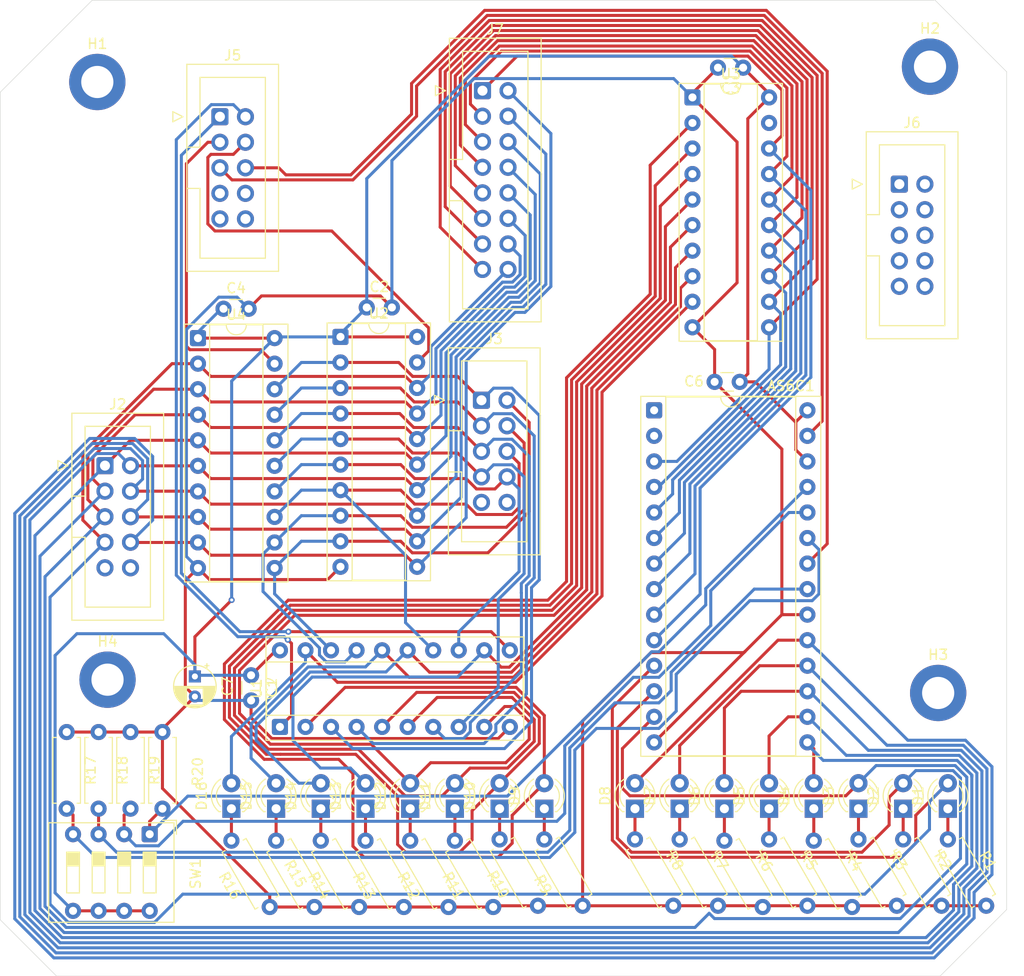
<source format=kicad_pcb>
(kicad_pcb (version 20241229) (generator "pcbnew") (generator_version "9.0")
  (layers (0 "F.Cu" signal) (2 "B.Cu" signal) (13 "F.Paste" user) (15 "B.Paste" user) (5 "F.SilkS" user "F.Silkscreen") (7 "B.SilkS" user "B.Silkscreen") (1 "F.Mask" user) (3 "B.Mask" user) (25 "Edge.Cuts" user))
  (net 0 "")
  (net 1 "Net-(D1-K)")
  (net 2 "Net-(D2-K)")
  (net 3 "Net-(D3-K)")
  (net 4 "Net-(D4-K)")
  (net 5 "Net-(D5-K)")
  (net 6 "Net-(D6-K)")
  (net 7 "Net-(D7-K)")
  (net 8 "Net-(D8-K)")
  (net 9 "Net-(D9-K)")
  (net 10 "Net-(D10-K)")
  (net 11 "Net-(D11-K)")
  (net 12 "Net-(D12-K)")
  (net 13 "Net-(D13-K)")
  (net 14 "Net-(D14-K)")
  (net 15 "Net-(D15-K)")
  (net 16 "Net-(D16-K)")
  (net 21 "GND")
  (net 22 "+5V")
  (net 23 "Net-(AS6C1-A11)")
  (net 24 "Net-(AS6C1-A5)")
  (net 25 "Net-(AS6C1-D0)")
  (net 26 "Net-(AS6C1-D6)")
  (net 27 "Net-(AS6C1-A4)")
  (net 28 "Net-(AS6C1-D3)")
  (net 29 "Net-(AS6C1-A0)")
  (net 30 "Net-(AS6C1-D2)")
  (net 31 "Net-(AS6C1-A2)")
  (net 32 "Net-(AS6C1-D5)")
  (net 33 "Net-(AS6C1-D1)")
  (net 34 "Net-(AS6C1-A1)")
  (net 35 "Net-(AS6C1-WE)")
  (net 36 "Net-(AS6C1-A6)")
  (net 37 "Net-(AS6C1-A7)")
  (net 38 "Net-(AS6C1-D7)")
  (net 39 "Net-(AS6C1-A3)")
  (net 40 "Net-(AS6C1-A10)")
  (net 41 "Net-(AS6C1-A8)")
  (net 42 "Net-(AS6C1-A12)")
  (net 43 "Net-(AS6C1-A9)")
  (net 44 "Net-(AS6C1-D4)")
  (net 45 "Net-(AS6C1-OE)")
  (net 46 "Net-(D9-A)")
  (net 47 "Net-(D10-A)")
  (net 48 "Net-(D11-A)")
  (net 49 "Net-(D12-A)")
  (net 50 "Net-(D13-A)")
  (net 51 "Net-(D14-A)")
  (net 52 "Net-(D15-A)")
  (net 53 "Net-(D16-A)")
  (net 57 "Net-(J5-Pin_4)")
  (net 58 "Net-(J5-Pin_1)")
  (net 60 "Net-(J5-Pin_2)")
  (net 61 "Net-(J5-Pin_3)")
  (net 66 "Net-(J6-Pin_1)")
  (net 67 "Net-(J6-Pin_3)")
  (net 69 "Net-(J6-Pin_2)")
  (net 70 "Net-(J3-Pin_3)")
  (net 71 "Net-(J3-Pin_6)")
  (net 73 "Net-(J3-Pin_5)")
  (net 74 "Net-(J3-Pin_1)")
  (net 75 "Net-(J3-Pin_8)")
  (net 76 "Net-(J3-Pin_2)")
  (net 78 "Net-(J3-Pin_7)")
  (net 79 "Net-(J3-Pin_4)")
  (footprint "Resistor_THT:R_Axial_DIN0207_L6.3mm_D2.5mm_P7.62mm_Horizontal" (layer "F.Cu") (at 169.672 135.767886 -60)
    (property "Reference" "R3")
    (property "Value" "1K")
  )
  (footprint "Button_Switch_THT:SW_DIP_SPSTx04_Slide_9.78x12.34mm_W7.62mm_P2.54mm" (layer "F.Cu") (at 99.187 135.255 -90)
    (property "Reference" "SW1")
    (property "Value" "SW_DIP_x04")
  )
  (footprint "MountingHole:MountingHole_3.2mm_M3_DIN965_Pad" (layer "F.Cu") (at 177.5968 121.2088)
    (property "Reference" "H3")
    (property "Value" "MountingHole")
  )
  (footprint "Resistor_THT:R_Axial_DIN0207_L6.3mm_D2.5mm_P7.62mm_Horizontal" (layer "F.Cu") (at 90.932 125.095 -90)
    (property "Reference" "R17")
    (property "Value" "100K")
  )
  (footprint "LED_THT:LED_D3.0mm" (layer "F.Cu") (at 160.782 132.719887 90)
    (property "Reference" "D5")
    (property "Value" "LED")
  )
  (footprint "Resistor_THT:R_Axial_DIN0207_L6.3mm_D2.5mm_P7.62mm_Horizontal" (layer "F.Cu") (at 165.226999 135.894887 -60)
    (property "Reference" "R4")
    (property "Value" "1K")
  )
  (footprint "Package_DIP:DIP-20_W7.62mm_Socket" (layer "F.Cu") (at 112.141 124.587 90)
    (property "Reference" "U1")
    (property "Value" "74LS377")
  )
  (footprint "LED_THT:LED_D3.0mm" (layer "F.Cu") (at 107.315 132.719884 90)
    (property "Reference" "D16")
    (property "Value" "LED")
  )
  (footprint "LED_THT:LED_D3.0mm" (layer "F.Cu") (at 151.892 132.719887 90)
    (property "Reference" "D7")
    (property "Value" "LED")
  )
  (footprint "Package_DIP:DIP-20_W7.62mm_Socket" (layer "F.Cu") (at 153.162 61.985771)
    (property "Reference" "U3")
    (property "Value" "74LS245")
  )
  (footprint "Resistor_THT:R_Axial_DIN0207_L6.3mm_D2.5mm_P7.62mm_Horizontal" (layer "F.Cu") (at 147.447 135.767886 -60)
    (property "Reference" "R8")
    (property "Value" "1K")
  )
  (footprint "Capacitor_THT:CP_Radial_D4.0mm_P2.00mm" (layer "F.Cu") (at 103.6828 119.5644 -90)
    (property "Reference" "C7")
    (property "Value" "100uF")
  )
  (footprint "Resistor_THT:R_Axial_DIN0207_L6.3mm_D2.5mm_P7.62mm_Horizontal" (layer "F.Cu") (at 142.239999 142.369442 120)
    (property "Reference" "R9")
    (property "Value" "1K")
  )
  (footprint "MountingHole:MountingHole_3.2mm_M3_DIN965_Pad" (layer "F.Cu") (at 176.784 58.928)
    (property "Reference" "H2")
    (property "Value" "MountingHole")
  )
  (footprint "Package_DIP:DIP-20_W7.62mm_Socket" (layer "F.Cu") (at 118.1608 85.8012)
    (property "Reference" "U2")
    (property "Value" "74LS245")
  )
  (footprint "Resistor_THT:R_Axial_DIN0207_L6.3mm_D2.5mm_P7.62mm_Horizontal" (layer "F.Cu") (at 120.015 142.494 120)
    (property "Reference" "R14")
    (property "Value" "1K")
  )
  (footprint "LED_THT:LED_D3.0mm" (layer "F.Cu") (at 138.43 132.719886 90)
    (property "Reference" "D9")
    (property "Value" "LED")
  )
  (footprint "LED_THT:LED_D3.0mm" (layer "F.Cu") (at 133.985 132.719886 90)
    (property "Reference" "D10")
    (property "Value" "LED")
  )
  (footprint "LED_THT:LED_D3.0mm" (layer "F.Cu") (at 165.227 132.719887 90)
    (property "Reference" "D4")
    (property "Value" "LED")
  )
  (footprint "LED_THT:LED_D3.0mm" (layer "F.Cu") (at 125.095 132.719886 90)
    (property "Reference" "D12")
    (property "Value" "LED")
  )
  (footprint "Resistor_THT:R_Axial_DIN0207_L6.3mm_D2.5mm_P7.62mm_Horizontal" (layer "F.Cu") (at 133.35 142.494 120)
    (property "Reference" "R11")
    (property "Value" "1K")
  )
  (footprint "Resistor_THT:R_Axial_DIN0207_L6.3mm_D2.5mm_P7.62mm_Horizontal" (layer "F.Cu") (at 160.782001 135.767887 -60)
    (property "Reference" "R5")
    (property "Value" "1K")
  )
  (footprint "Resistor_THT:R_Axial_DIN0207_L6.3mm_D2.5mm_P7.62mm_Horizontal" (layer "F.Cu") (at 178.562 135.767887 -60)
    (property "Reference" "R1")
    (property "Value" "1K")
  )
  (footprint "Resistor_THT:R_Axial_DIN0207_L6.3mm_D2.5mm_P7.62mm_Horizontal" (layer "F.Cu") (at 97.282001 125.095 -90)
    (property "Reference" "R19")
    (property "Value" "100K")
  )
  (footprint "LED_THT:LED_D3.0mm" (layer "F.Cu") (at 147.447 132.719887 90)
    (property "Reference" "D8")
    (property "Value" "LED")
  )
  (footprint "Connector_IDC:IDC-Header_2x05_P2.54mm_Vertical" (layer "F.Cu") (at 94.742 98.6028)
    (property "Reference" "J2")
    (property "Value" "Shift Register Data")
  )
  (footprint "MountingHole:MountingHole_3.2mm_M3_DIN965_Pad" (layer "F.Cu") (at 94.996 119.888)
    (property "Reference" "H4")
    (property "Value" "MountingHole")
  )
  (footprint "Resistor_THT:R_Axial_DIN0207_L6.3mm_D2.5mm_P7.62mm_Horizontal" (layer "F.Cu") (at 156.337001 135.894887 -60)
    (property "Reference" "R6")
    (property "Value" "1K")
  )
  (footprint "Package_DIP:DIP-28_W15.24mm_Socket" (layer "F.Cu") (at 149.352 93.100771)
    (property "Reference" "AS6C1")
    (property "Value" "~")
  )
  (footprint "LED_THT:LED_D3.0mm" (layer "F.Cu") (at 178.562 132.719887 90)
    (property "Reference" "D1")
    (property "Value" "LED")
  )
  (footprint "LED_THT:LED_D3.0mm" (layer "F.Cu") (at 169.672 132.719887 90)
    (property "Reference" "D3")
    (property "Value" "LED")
  )
  (footprint "Connector_IDC:IDC-Header_2x05_P2.54mm_Vertical" (layer "F.Cu") (at 106.172 63.9064)
    (property "Reference" "J5")
    (property "Value" "Control Matrix")
  )
  (footprint "LED_THT:LED_D3.0mm" (layer "F.Cu") (at 129.54 132.719886 90)
    (property "Reference" "D11")
    (property "Value" "LED")
  )
  (footprint "LED_THT:LED_D3.0mm" (layer "F.Cu") (at 116.205 132.719886 90)
    (property "Reference" "D14")
    (property "Value" "LED")
  )
  (footprint "LED_THT:LED_D3.0mm" (layer "F.Cu") (at 111.76 132.719886 90)
    (property "Reference" "D15")
    (property "Value" "LED")
  )
  (footprint "Resistor_THT:R_Axial_DIN0207_L6.3mm_D2.5mm_P7.62mm_Horizontal" (layer "F.Cu") (at 111.125 142.494 120)
    (property "Reference" "R16")
    (property "Value" "1K")
  )
  (footprint "Resistor_THT:R_Axial_DIN0207_L6.3mm_D2.5mm_P7.62mm_Horizontal" (layer "F.Cu") (at 100.457 125.095 -90)
    (property "Reference" "R20")
    (property "Value" "100K")
  )
  (footprint "Package_DIP:DIP-20_W7.62mm_Socket" (layer "F.Cu") (at 103.989536 85.922936)
    (property "Reference" "U4")
    (property "Value" "74LS245" (hide yes))
  )
  (footprint "Resistor_THT:R_Axial_DIN0207_L6.3mm_D2.5mm_P7.62mm_Horizontal" (layer "F.Cu") (at 174.117 135.767886 -60)
    (property "Reference" "R2")
    (property "Value" "1K")
  )
  (footprint "Resistor_THT:R_Axial_DIN0207_L6.3mm_D2.5mm_P7.62mm_Horizontal" (layer "F.Cu") (at 115.57 142.494 120)
    (property "Reference" "R15")
    (property "Value" "1K")
  )
  (footprint "Resistor_THT:R_Axial_DIN0207_L6.3mm_D2.5mm_P7.62mm_Horizontal" (layer "F.Cu") (at 151.892001 135.767887 -60)
    (property "Reference" "R7")
    (property "Value" "1K")
  )
  (footprint "Capacitor_THT:C_Disc_D3.0mm_W1.6mm_P2.50mm" (layer "F.Cu") (at 106.529536 83.001936)
    (property "Reference" "C4")
    (property "Value" "100nF")
  )
  (footprint "Resistor_THT:R_Axial_DIN0207_L6.3mm_D2.5mm_P7.62mm_Horizontal" (layer "F.Cu") (at 137.794999 142.369441 120)
    (property "Reference" "R10")
    (property "Value" "1K")
  )
  (footprint "Resistor_THT:R_Axial_DIN0207_L6.3mm_D2.5mm_P7.62mm_Horizontal" (layer "F.Cu") (at 124.46 142.494 120)
    (property "Reference" "R13")
    (property "Value" "1K")
  )
  (footprint "Capacitor_THT:C_Disc_D3.0mm_W1.6mm_P2.50mm" (layer "F.Cu") (at 157.8664 90.2716 180)
    (property "Reference" "C6")
    (property "Value" "100nF")
  )
  (footprint "Connector_IDC:IDC-Header_2x05_P2.54mm_Vertical" (layer "F.Cu") (at 132.1816 92.1004)
    (property "Reference" "J3")
    (property "Value" "Buss")
  )
  (footprint "Connector_IDC:IDC-Header_2x08_P2.54mm_Vertical" (layer "F.Cu") (at 132.2832 61.3156)
    (property "Reference" "J7")
    (property "Value" "Addess and Data Input Module")
  )
  (footprint "Capacitor_THT:C_Disc_D3.0mm_W1.6mm_P2.50mm" (layer "F.Cu") (at 109.2708 119.4508 -90)
    (property "Reference" "C1")
    (property "Value" "100nF")
  )
  (footprint "LED_THT:LED_D3.0mm" (layer "F.Cu") (at 120.65 132.719886 90)
    (property "Reference" "D13")
    (property "Value" "LED")
  )
  (footprint "Connector_IDC:IDC-Header_2x05_P2.54mm_Vertical" (layer "F.Cu") (at 173.736 70.612)
    (property "Reference" "J6")
    (property "Value" "Control signals Input Module")
  )
  (footprint "MountingHole:MountingHole_3.2mm_M3_DIN965_Pad" (layer "F.Cu") (at 93.98 60.452)
    (property "Reference" "H1")
    (property "Value" "MountingHole")
  )
  (footprint "Capacitor_THT:C_Disc_D3.0mm_W1.6mm_P2.50mm" (layer "F.Cu") (at 120.773536 82.874936)
    (property "Reference" "C2")
    (property "Value" "100nF")
  )
  (footprint "LED_THT:LED_D3.0mm" (layer "F.Cu") (at 156.337 132.719887 90)
    (property "Reference" "D6")
    (property "Value" "LED")
  )
  (footprint "Resistor_THT:R_Axial_DIN0207_L6.3mm_D2.5mm_P7.62mm_Horizontal" (layer "F.Cu") (at 128.905 142.494 120)
    (property "Reference" "R12")
    (property "Value" "1K")
  )
  (footprint "Resistor_THT:R_Axial_DIN0207_L6.3mm_D2.5mm_P7.62mm_Horizontal" (layer "F.Cu") (at 94.107 125.095 -90)
    (property "Reference" "R18")
    (property "Value" "100K")
  )
  (footprint "Capacitor_THT:C_Disc_D3.0mm_W1.6mm_P2.50mm" (layer "F.Cu") (at 158.202 59.0296 180)
    (property "Reference" "C3")
    (property "Value" "100nF")
  )
  (footprint "LED_THT:LED_D3.0mm" (layer "F.Cu") (at 174.117 132.719887 90)
    (property "Reference" "D2")
    (property "Value" "LED")
  )
  (gr_line (start 133.096 52.324) (end 93.472 52.324) (stroke (width 0.05)) (layer "Edge.Cuts"))
  (gr_line (start 133.096 52.324) (end 177.292 52.324) (stroke (width 0.05)) (layer "Edge.Cuts"))
  (gr_line (start 84.328 61.468) (end 84.328 143.764) (stroke (width 0.05)) (layer "Edge.Cuts"))
  (gr_line (start 89.916 149.352) (end 177.8 149.352) (stroke (width 0.05)) (layer "Edge.Cuts"))
  (gr_line (start 177.8 149.352) (end 184.404 142.748) (stroke (width 0.05)) (layer "Edge.Cuts"))
  (gr_line (start 184.404 142.748) (end 184.404 59.436) (stroke (width 0.05)) (layer "Edge.Cuts"))
  (gr_line (start 84.328 143.764) (end 89.916 149.352) (stroke (width 0.05)) (layer "Edge.Cuts"))
  (gr_line (start 93.472 52.324) (end 84.328 61.468) (stroke (width 0.05)) (layer "Edge.Cuts"))
  (gr_line (start 184.404 59.436) (end 177.292 52.324) (stroke (width 0.05)) (layer "Edge.Cuts"))
  (segment (start 178.562 135.767887) (end 178.562 132.719887) (width 0.3) (layer "F.Cu") (net 1))
  (segment (start 174.117 135.767886) (end 174.117 132.719887) (width 0.3) (layer "F.Cu") (net 2))
  (segment (start 169.672 135.767886) (end 169.672 132.719887) (width 0.3) (layer "F.Cu") (net 3))
  (segment (start 165.226999 135.894887) (end 165.227 132.719887) (width 0.3) (layer "F.Cu") (net 4))
  (segment (start 160.782001 135.767887) (end 160.782 132.719887) (width 0.3) (layer "F.Cu") (net 5))
  (segment (start 156.337001 135.894887) (end 156.337 132.719887) (width 0.3) (layer "F.Cu") (net 6))
  (segment (start 151.892001 135.767887) (end 151.892 132.719887) (width 0.3) (layer "F.Cu") (net 7))
  (segment (start 147.447 135.767886) (end 147.447 132.719887) (width 0.3) (layer "F.Cu") (net 8))
  (segment (start 138.429999 135.770328) (end 138.43 132.719886) (width 0.3) (layer "F.Cu") (net 9))
  (segment (start 133.984999 135.770327) (end 133.985 132.719886) (width 0.3) (layer "F.Cu") (net 10))
  (segment (start 129.54 135.894886) (end 129.54 132.719886) (width 0.3) (layer "F.Cu") (net 11))
  (segment (start 125.095 135.894886) (end 125.095 132.719886) (width 0.3) (layer "F.Cu") (net 12))
  (segment (start 120.65 135.894886) (end 120.65 132.719886) (width 0.3) (layer "F.Cu") (net 13))
  (segment (start 116.205 135.894886) (end 116.205 132.719886) (width 0.3) (layer "F.Cu") (net 14))
  (segment (start 111.76 135.894886) (end 111.76 132.719886) (width 0.3) (layer "F.Cu") (net 15))
  (segment (start 107.315 135.894886) (end 107.315 132.719884) (width 0.3) (layer "F.Cu") (net 16))
  (segment (start 133.85 125.738) (end 111.33513 125.738) (width 0.3) (layer "F.Cu") (net 21))
  (segment (start 155.702 59.0296) (end 153.162 61.5696) (width 0.3) (layer "F.Cu") (net 21))
  (segment (start 149.029411 117.1956) (end 158.27717 117.1956) (width 0.3) (layer "F.Cu") (net 21))
  (segment (start 133.474559 142.369441) (end 133.35 142.494) (width 0.3) (layer "F.Cu") (net 21))
  (segment (start 123.273536 82.874936) (end 122.122536 81.723936) (width 0.3) (layer "F.Cu") (net 21))
  (segment (start 162.052 113.420771) (end 158.386585 117.086185) (width 0.3) (layer "F.Cu") (net 21))
  (segment (start 115.57 142.494) (end 111.125 142.494) (width 0.3) (layer "F.Cu") (net 21))
  (segment (start 158.386585 117.086185) (end 149.352 126.120771) (width 0.3) (layer "F.Cu") (net 21))
  (segment (start 133.35 142.494) (end 128.905 142.494) (width 0.3) (layer "F.Cu") (net 21))
  (segment (start 109.2708 123.67367) (end 109.2708 121.9508) (width 0.3) (layer "F.Cu") (net 21))
  (segment (start 162.052 96.9572) (end 162.052 113.420771) (width 0.3) (layer "F.Cu") (net 21))
  (segment (start 124.46 142.494) (end 120.015 142.494) (width 0.3) (layer "F.Cu") (net 21))
  (segment (start 100.457 125.095) (end 97.282001 125.095) (width 0.3) (layer "F.Cu") (net 21))
  (segment (start 122.122536 81.723936) (end 110.307536 81.723936) (width 0.3) (layer "F.Cu") (net 21))
  (segment (start 111.33513 125.738) (end 109.2708 123.67367) (width 0.3) (layer "F.Cu") (net 21))
  (segment (start 155.702001 142.367001) (end 151.257 142.367) (width 0.3) (layer "F.Cu") (net 21))
  (segment (start 182.372 142.367001) (end 177.927 142.367) (width 0.3) (layer "F.Cu") (net 21))
  (segment (start 155.3664 90.2716) (end 155.3664 87.050171) (width 0.3) (layer "F.Cu") (net 21))
  (segment (start 142.239999 123.985012) (end 142.239999 142.369442) (width 0.3) (layer "F.Cu") (net 21))
  (segment (start 160.147001 142.494001) (end 159.897886 142.494001) (width 0.3) (layer "F.Cu") (net 21))
  (segment (start 102.7318 120.6134) (end 103.6828 121.5644) (width 0.3) (layer "F.Cu") (net 21))
  (segment (start 111.125 141.36263) (end 100.457 130.69463) (width 0.3) (layer "F.Cu") (net 21))
  (segment (start 164.592001 142.367001) (end 160.274001 142.367001) (width 0.3) (layer "F.Cu") (net 21))
  (segment (start 159.770886 142.367001) (end 155.702001 142.367001) (width 0.3) (layer "F.Cu") (net 21))
  (segment (start 100.457 124.7902) (end 100.457 125.095) (width 0.3) (layer "F.Cu") (net 21))
  (segment (start 177.927 142.367) (end 173.482 142.367) (width 0.3) (layer "F.Cu") (net 21))
  (segment (start 155.3664 87.050171) (end 153.162 84.845771) (width 0.3) (layer "F.Cu") (net 21))
  (segment (start 103.6828 121.5644) (end 100.457 124.7902) (width 0.3) (layer "F.Cu") (net 21))
  (segment (start 137.794999 142.369441) (end 133.474559 142.369441) (width 0.3) (layer "F.Cu") (net 21))
  (segment (start 159.897886 142.494001) (end 159.770886 142.367001) (width 0.3) (layer "F.Cu") (net 21))
  (segment (start 105.140536 109.933936) (end 116.888064 109.933936) (width 0.3) (layer "F.Cu") (net 21))
  (segment (start 110.307536 81.723936) (end 109.029536 83.001936) (width 0.3) (layer "F.Cu") (net 21))
  (segment (start 168.651114 142.494001) (end 168.524114 142.367001) (width 0.3) (layer "F.Cu") (net 21))
  (segment (start 162.2044 113.420771) (end 162.052 113.420771) (width 0.3) (layer "F.Cu") (net 21))
  (segment (start 173.482 142.367) (end 169.164 142.367) (width 0.3) (layer "F.Cu") (net 21))
  (segment (start 94.107 125.095) (end 90.932 125.095) (width 0.3) (layer "F.Cu") (net 21))
  (segment (start 100.457 130.69463) (end 100.457 125.095) (width 0.3) (layer "F.Cu") (net 21))
  (segment (start 158.27717 117.1956) (end 158.386585 117.086185) (width 0.3) (layer "F.Cu") (net 21))
  (segment (start 164.592 113.420771) (end 162.2044 113.420771) (width 0.3) (layer "F.Cu") (net 21))
  (segment (start 151.127558 142.369442) (end 142.239999 142.369442) (width 0.3) (layer "F.Cu") (net 21))
  (segment (start 169.164 142.367) (end 169.036999 142.494001) (width 0.3) (layer "F.Cu") (net 21))
  (segment (start 128.905 142.494) (end 124.46 142.494) (width 0.3) (layer "F.Cu") (net 21))
  (segment (start 149.029411 117.1956) (end 142.239999 123.985012) (width 0.3) (layer "F.Cu") (net 21))
  (segment (start 155.3664 90.2716) (end 162.052 96.9572) (width 0.3) (layer "F.Cu") (net 21))
  (segment (start 168.524114 142.367001) (end 164.592001 142.367001) (width 0.3) (layer "F.Cu") (net 21))
  (segment (start 153.162 61.5696) (end 153.162 61.985771) (width 0.3) (layer "F.Cu") (net 21))
  (segment (start 153.162 61.985771) (end 157.5994 66.423171) (width 0.3) (layer "F.Cu") (net 21))
  (segment (start 103.989536 108.782936) (end 102.7318 110.040672) (width 0.3) (layer "F.Cu") (net 21))
  (segment (start 111.125 142.494) (end 111.125 141.36263) (width 0.3) (layer "F.Cu") (net 21))
  (segment (start 102.7318 110.040672) (end 102.7318 120.6134) (width 0.3) (layer "F.Cu") (net 21))
  (segment (start 151.257 142.367) (end 151.13 142.367) (width 0.3) (layer "F.Cu") (net 21))
  (segment (start 151.13 142.367) (end 151.127558 142.369442) (width 0.3) (layer "F.Cu") (net 21))
  (segment (start 135.001 124.587) (end 133.85 125.738) (width 0.3) (layer "F.Cu") (net 21))
  (segment (start 103.989536 108.782936) (end 105.140536 109.933936) (width 0.3) (layer "F.Cu") (net 21))
  (segment (start 142.239999 142.369442) (end 137.794999 142.369441) (width 0.3) (layer "F.Cu") (net 21))
  (segment (start 157.5994 66.423171) (end 157.5994 80.408371) (width 0.3) (layer "F.Cu") (net 21))
  (segment (start 116.888064 109.933936) (end 118.1608 108.6612) (width 0.3) (layer "F.Cu") (net 21))
  (segment (start 169.036999 142.494001) (end 168.651114 142.494001) (width 0.3) (layer "F.Cu") (net 21))
  (segment (start 120.015 142.494) (end 115.57 142.494) (width 0.3) (layer "F.Cu") (net 21))
  (segment (start 157.5994 80.408371) (end 153.162 84.845771) (width 0.3) (layer "F.Cu") (net 21))
  (segment (start 160.274001 142.367001) (end 160.147001 142.494001) (width 0.3) (layer "F.Cu") (net 21))
  (segment (start 97.282001 125.095) (end 94.107 125.095) (width 0.3) (layer "F.Cu") (net 21))
  (segment (start 102.838536 107.631936) (end 103.989536 108.782936) (width 0.3) (layer "B.Cu") (net 21))
  (segment (start 109.2708 121.9508) (end 104.0692 121.9508) (width 0.3) (layer "B.Cu") (net 21))
  (segment (start 109.029536 83.001936) (end 107.878536 81.850936) (width 0.3) (layer "B.Cu") (net 21))
  (segment (start 106.052776 81.850936) (end 102.838536 85.065176) (width 0.3) (layer "B.Cu") (net 21))
  (segment (start 107.878536 81.850936) (end 106.052776 81.850936) (width 0.3) (layer "B.Cu") (net 21))
  (segment (start 151.290829 60.1146) (end 131.42733 60.1146) (width 0.3) (layer "B.Cu") (net 21))
  (segment (start 104.0692 121.9508) (end 103.6828 121.5644) (width 0.3) (layer "B.Cu") (net 21))
  (segment (start 123.273536 68.268394) (end 123.273536 82.874936) (width 0.3) (layer "B.Cu") (net 21))
  (segment (start 153.162 61.985771) (end 151.290829 60.1146) (width 0.3) (layer "B.Cu") (net 21))
  (segment (start 102.838536 85.065176) (end 102.838536 107.631936) (width 0.3) (layer "B.Cu") (net 21))
  (segment (start 131.42733 60.1146) (end 123.273536 68.268394) (width 0.3) (layer "B.Cu") (net 21))
  (segment (start 109.2708 119.4508) (end 111.7546 116.967) (width 0.3) (layer "F.Cu") (net 22))
  (segment (start 103.989536 85.922936) (end 111.609536 85.922936) (width 0.3) (layer "F.Cu") (net 22))
  (segment (start 96.646999 142.875) (end 99.187 142.875) (width 0.3) (layer "F.Cu") (net 22))
  (segment (start 94.107 142.875) (end 96.646999 142.875) (width 0.3) (layer "F.Cu") (net 22))
  (segment (start 158.666399 89.471601) (end 158.666399 64.101372) (width 0.3) (layer "F.Cu") (net 22))
  (segment (start 163.390571 94.251771) (end 159.4104 90.2716) (width 0.3) (layer "F.Cu") (net 22))
  (segment (start 163.441 94.251771) (end 163.390571 94.251771) (width 0.3) (layer "F.Cu") (net 22))
  (segment (start 111.7546 116.967) (end 112.141 116.967) (width 0.3) (layer "F.Cu") (net 22))
  (segment (start 103.6828 115.6208) (end 103.6828 119.5644) (width 0.3) (layer "F.Cu") (net 22))
  (segment (start 163.441 97.029771) (end 163.441 94.251771) (width 0.3) (layer "F.Cu") (net 22))
  (segment (start 163.441 94.251771) (end 164.592 93.100771) (width 0.3) (layer "F.Cu") (net 22))
  (segment (start 107.3404 111.9632) (end 103.6828 115.6208) (width 0.3) (layer "F.Cu") (net 22))
  (segment (start 160.782 61.6096) (end 160.782 61.985771) (width 0.3) (layer "F.Cu") (net 22))
  (segment (start 159.4104 90.2716) (end 157.8664 90.2716) (width 0.3) (layer "F.Cu") (net 22))
  (segment (start 157.8664 90.2716) (end 158.666399 89.471601) (width 0.3) (layer "F.Cu") (net 22))
  (segment (start 158.666399 64.101372) (end 160.782 61.985771) (width 0.3) (layer "F.Cu") (net 22))
  (segment (start 91.566999 142.875) (end 94.107 142.875) (width 0.3) (layer "F.Cu") (net 22))
  (segment (start 158.202 59.0296) (end 160.782 61.6096) (width 0.3) (layer "F.Cu") (net 22))
  (segment (start 125.7808 85.8012) (end 118.1608 85.8012) (width 0.3) (layer "F.Cu") (net 22))
  (segment (start 164.592 98.180771) (end 163.441 97.029771) (width 0.3) (layer "F.Cu") (net 22))
  (via (at 107.3404 111.9632) (size 0.6) (drill 0.3) (layers "F.Cu" "B.Cu") (net 22))
  (segment (start 118.1608 85.487672) (end 118.1608 85.8012) (width 0.3) (layer "B.Cu") (net 22))
  (segment (start 120.773536 70.059874) (end 132.95481 57.8786) (width 0.3) (layer "B.Cu") (net 22))
  (segment (start 109.2708 119.4508) (end 103.7964 119.4508) (width 0.3) (layer "B.Cu") (net 22))
  (segment (start 89.781 141.089001) (end 89.781 117.483) (width 0.3) (layer "B.Cu") (net 22))
  (segment (start 103.7964 119.4508) (end 103.6828 119.5644) (width 0.3) (layer "B.Cu") (net 22))
  (segment (start 103.989536 85.327936) (end 103.989536 85.922936) (width 0.3) (layer "B.Cu") (net 22))
  (segment (start 107.3404 90.192072) (end 107.3404 111.9632) (width 0.3) (layer "B.Cu") (net 22))
  (segment (start 132.95481 57.8786) (end 157.051 57.8786) (width 0.3) (layer "B.Cu") (net 22))
  (segment (start 103.6828 118.4148) (end 103.6828 119.5644) (width 0.3) (layer "B.Cu") (net 22))
  (segment (start 91.948 115.316) (end 100.584 115.316) (width 0.3) (layer "B.Cu") (net 22))
  (segment (start 120.773536 82.874936) (end 118.1608 85.487672) (width 0.3) (layer "B.Cu") (net 22))
  (segment (start 89.781 117.483) (end 91.948 115.316) (width 0.3) (layer "B.Cu") (net 22))
  (segment (start 100.584 115.316) (end 103.6828 118.4148) (width 0.3) (layer "B.Cu") (net 22))
  (segment (start 157.051 57.8786) (end 158.202 59.0296) (width 0.3) (layer "B.Cu") (net 22))
  (segment (start 111.609536 85.922936) (end 107.3404 90.192072) (width 0.3) (layer "B.Cu") (net 22))
  (segment (start 120.773536 82.874936) (end 120.773536 70.059874) (width 0.3) (layer "B.Cu") (net 22))
  (segment (start 106.569536 82.747936) (end 103.989536 85.327936) (width 0.3) (layer "B.Cu") (net 22))
  (segment (start 118.1608 85.8012) (end 111.731272 85.8012) (width 0.3) (layer "B.Cu") (net 22))
  (segment (start 91.566999 142.875) (end 89.781 141.089001) (width 0.3) (layer "B.Cu") (net 22))
  (segment (start 111.731272 85.8012) (end 111.609536 85.922936) (width 0.3) (layer "B.Cu") (net 22))
  (segment (start 91.567 133.35) (end 90.932 132.715) (width 0.3) (layer "F.Cu") (net 23))
  (segment (start 91.567 135.255) (end 91.567 133.35) (width 0.3) (layer "F.Cu") (net 23))
  (segment (start 151.546725 119.350846) (end 158.8658 112.031771) (width 0.3) (layer "B.Cu") (net 23))
  (segment (start 143.6188 124.731771) (end 149.82876 124.731771) (width 0.3) (layer "B.Cu") (net 23))
  (segment (start 165.06876 112.031771) (end 165.743 111.357531) (width 0.3) (layer "B.Cu") (net 23))
  (segment (start 158.8658 112.031771) (end 165.06876 112.031771) (width 0.3) (layer "B.Cu") (net 23))
  (segment (start 141.464 126.886571) (end 143.6188 124.731771) (width 0.3) (layer "B.Cu") (net 23))
  (segment (start 151.546725 123.013806) (end 151.546725 119.350846) (width 0.3) (layer "B.Cu") (net 23))
  (segment (start 93.8784 137.5664) (end 138.970207 137.5664) (width 0.3) (layer "B.Cu") (net 23))
  (segment (start 141.464 135.072608) (end 141.464 126.886571) (width 0.3) (layer "B.Cu") (net 23))
  (segment (start 91.567 135.255) (end 93.8784 137.5664) (width 0.3) (layer "B.Cu") (net 23))
  (segment (start 149.82876 124.731771) (end 151.546725 123.013806) (width 0.3) (layer "B.Cu") (net 23))
  (segment (start 165.743 106.951771) (end 164.592 105.800771) (width 0.3) (layer "B.Cu") (net 23))
  (segment (start 165.743 111.357531) (end 165.743 106.951771) (width 0.3) (layer "B.Cu") (net 23))
  (segment (start 138.970207 137.5664) (end 141.464 135.072608) (width 0.3) (layer "B.Cu") (net 23))
  (segment (start 164.557 60.214237) (end 164.557 75.990771) (width 0.3) (layer "F.Cu") (net 24))
  (segment (start 129.0782 59.629648) (end 133.372647 55.3352) (width 0.3) (layer "F.Cu") (net 24))
  (segment (start 159.677963 55.3352) (end 164.557 60.214237) (width 0.3) (layer "F.Cu") (net 24))
  (segment (start 133.372647 55.3352) (end 159.677963 55.3352) (width 0.3) (layer "F.Cu") (net 24))
  (segment (start 132.2832 74.0156) (end 129.0782 70.8106) (width 0.3) (layer "F.Cu") (net 24))
  (segment (start 129.0782 70.8106) (end 129.0782 59.629648) (width 0.3) (layer "F.Cu") (net 24))
  (segment (start 164.557 75.990771) (end 160.782 79.765771) (width 0.3) (layer "F.Cu") (net 24))
  (segment (start 162.434 88.778573) (end 162.434 81.417771) (width 0.3) (layer "B.Cu") (net 24))
  (segment (start 151.191901 101.42087) (end 151.191901 100.020672) (width 0.3) (layer "B.Cu") (net 24))
  (segment (start 151.191901 100.020672) (end 162.434 88.778573) (width 0.3) (layer "B.Cu") (net 24))
  (segment (start 162.434 81.417771) (end 160.782 79.765771) (width 0.3) (layer "B.Cu") (net 24))
  (segment (start 149.352 103.260771) (end 151.191901 101.42087) (width 0.3) (layer "B.Cu") (net 24))
  (segment (start 146.88972 137.546887) (end 145.194 135.851166) (width 0.3) (layer "F.Cu") (net 25))
  (segment (start 105.2568 89.7302) (end 103.989536 88.462936) (width 0.3) (layer "F.Cu") (net 25))
  (segment (start 92.539 104.0198) (end 94.742 106.2228) (width 0.3) (layer "F.Cu") (net 25))
  (segment (start 101.407952 88.462936) (end 92.539 97.331888) (width 0.3) (layer "F.Cu") (net 25))
  (segment (start 145.194 122.658771) (end 149.352 118.500771) (width 0.3) (layer "F.Cu") (net 25))
  (segment (start 175.368 133.373887) (end 175.368 136.144646) (width 0.3) (layer "F.Cu") (net 25))
  (segment (start 173.965759 137.546887) (end 146.88972 137.546887) (width 0.3) (layer "F.Cu") (net 25))
  (segment (start 178.562 130.179887) (end 175.368 133.373887) (width 0.3) (layer "F.Cu") (net 25))
  (segment (start 103.989536 88.462936) (end 101.407952 88.462936) (width 0.3) (layer "F.Cu") (net 25))
  (segment (start 92.539 97.331888) (end 92.539 104.0198) (width 0.3) (layer "F.Cu") (net 25))
  (segment (start 145.194 135.851166) (end 145.194 122.658771) (width 0.3) (layer "F.Cu") (net 25))
  (segment (start 125.7808 90.8812) (end 124.6298 89.7302) (width 0.3) (layer "F.Cu") (net 25))
  (segment (start 124.6298 89.7302) (end 105.2568 89.7302) (width 0.3) (layer "F.Cu") (net 25))
  (segment (start 175.368 136.144646) (end 173.965759 137.546887) (width 0.3) (layer "F.Cu") (net 25))
  (segment (start 176.7332 132.008687) (end 176.7332 134.779446) (width 0.3) (layer "B.Cu") (net 25))
  (segment (start 127.1524 86.7664) (end 127.1524 89.5096) (width 0.3) (layer "B.Cu") (net 25))
  (segment (start 178.562 130.179887) (end 176.7332 132.008687) (width 0.3) (layer "B.Cu") (net 25))
  (segment (start 89.28 142.215761) (end 89.28 111.6848) (width 0.3) (layer "B.Cu") (net 25))
  (segment (start 102.473759 141.216001) (end 99.66376 144.026) (width 0.3) (layer "B.Cu") (net 25))
  (segment (start 134.8232 79.0956) (end 127.1524 86.7664) (width 0.3) (layer "B.Cu") (net 25))
  (segment (start 127.1524 89.5096) (end 125.7808 90.8812) (width 0.3) (layer "B.Cu") (net 25))
  (segment (start 99.66376 144.026) (end 91.090239 144.026) (width 0.3) (layer "B.Cu") (net 25))
  (segment (start 170.296645 141.216001) (end 102.473759 141.216001) (width 0.3) (layer "B.Cu") (net 25))
  (segment (start 89.28 111.6848) (end 94.742 106.2228) (width 0.3) (layer "B.Cu") (net 25))
  (segment (start 91.090239 144.026) (end 89.28 142.215761) (width 0.3) (layer "B.Cu") (net 25))
  (segment (start 176.7332 134.779446) (end 170.296645 141.216001) (width 0.3) (layer "B.Cu") (net 25))
  (segment (start 103.989536 103.702936) (end 97.302136 103.702936) (width 0.3) (layer "F.Cu") (net 26))
  (segment (start 105.208736 104.922136) (end 103.989536 103.702936) (width 0.3) (layer "F.Cu") (net 26))
  (segment (start 159.834636 118.500771) (end 164.592 118.500771) (width 0.3) (layer "F.Cu") (net 26))
  (segment (start 124.581736 104.922136) (end 105.208736 104.922136) (width 0.3) (layer "F.Cu") (net 26))
  (segment (start 151.892 130.179887) (end 151.892 126.443407) (width 0.3) (layer "F.Cu") (net 26))
  (segment (start 151.892 126.443407) (end 159.834636 118.500771) (width 0.3) (layer "F.Cu") (net 26))
  (segment (start 97.302136 103.702936) (end 97.282 103.6828) (width 0.3) (layer "F.Cu") (net 26))
  (segment (start 125.7808 106.1212) (end 124.581736 104.922136) (width 0.3) (layer "F.Cu") (net 26))
  (segment (start 130.1584 101.7436) (end 125.7808 106.1212) (width 0.3) (layer "B.Cu") (net 26))
  (segment (start 130.1584 88.01152) (end 130.1584 101.7436) (width 0.3) (layer "B.Cu") (net 26))
  (segment (start 93.47109 96.3998) (end 86.274 103.596887) (width 0.3) (layer "B.Cu") (net 26))
  (segment (start 97.282 103.6828) (end 98.984 101.9808) (width 0.3) (layer "B.Cu") (net 26))
  (segment (start 164.423971 118.6688) (end 164.592 118.500771) (width 0.3) (layer "B.Cu") (net 26))
  (segment (start 136.298971 82.8609) (end 135.30902 82.8609) (width 0.3) (layer "B.Cu") (net 26))
  (segment (start 86.804418 143.991304) (end 89.865117 147.052) (width 0.3) (layer "B.Cu") (net 26))
  (segment (start 86.274 143.460883) (end 86.804418 143.991304) (width 0.3) (layer "B.Cu") (net 26))
  (segment (start 172.502629 126.4114) (end 164.592 118.500771) (width 0.3) (layer "B.Cu") (net 26))
  (segment (start 180.105297 126.4114) (end 172.502629 126.4114) (width 0.3) (layer "B.Cu") (net 26))
  (segment (start 182.4456 139.054727) (end 182.4456 128.751705) (width 0.3) (layer "B.Cu") (net 26))
  (segment (start 180.669331 140.830991) (end 182.4456 139.054727) (width 0.3) (layer "B.Cu") (net 26))
  (segment (start 98.984 101.9808) (end 98.984 97.897809) (width 0.3) (layer "B.Cu") (net 26))
  (segment (start 97.485992 96.3998) (end 93.47109 96.3998) (width 0.3) (layer "B.Cu") (net 26))
  (segment (start 176.99532 147.052) (end 180.669331 143.377992) (width 0.3) (layer "B.Cu") (net 26))
  (segment (start 180.669331 143.377992) (end 180.669331 140.830991) (width 0.3) (layer "B.Cu") (net 26))
  (segment (start 182.4456 128.751705) (end 180.105297 126.4114) (width 0.3) (layer "B.Cu") (net 26))
  (segment (start 138.5824 67.6148) (end 138.5824 80.577471) (width 0.3) (layer "B.Cu") (net 26))
  (segment (start 134.8232 63.8556) (end 138.5824 67.6148) (width 0.3) (layer "B.Cu") (net 26))
  (segment (start 89.865117 147.052) (end 176.99532 147.052) (width 0.3) (layer "B.Cu") (net 26))
  (segment (start 86.274 103.596887) (end 86.274 143.460883) (width 0.3) (layer "B.Cu") (net 26))
  (segment (start 135.30902 82.8609) (end 130.1584 88.01152) (width 0.3) (layer "B.Cu") (net 26))
  (segment (start 98.984 97.897809) (end 97.485992 96.3998) (width 0.3) (layer "B.Cu") (net 26))
  (segment (start 138.5824 80.577471) (end 136.298971 82.8609) (width 0.3) (layer "B.Cu") (net 26))
  (segment (start 164.056 60.42176) (end 164.056 73.951771) (width 0.3) (layer "F.Cu") (net 27))
  (segment (start 129.5792 59.837169) (end 133.580168 55.8362) (width 0.3) (layer "F.Cu") (net 27))
  (segment (start 164.056 73.951771) (end 160.782 77.225771) (width 0.3) (layer "F.Cu") (net 27))
  (segment (start 159.470441 55.8362) (end 164.056 60.42176) (width 0.3) (layer "F.Cu") (net 27))
  (segment (start 129.5792 68.7716) (end 129.5792 59.837169) (width 0.3) (layer "F.Cu") (net 27))
  (segment (start 132.2832 71.4756) (end 129.5792 68.7716) (width 0.3) (layer "F.Cu") (net 27))
  (segment (start 133.580168 55.8362) (end 159.470441 55.8362) (width 0.3) (layer "F.Cu") (net 27))
  (segment (start 149.352 105.800771) (end 151.863661 103.28911) (width 0.3) (layer "B.Cu") (net 27))
  (segment (start 162.641521 89.279573) (end 162.935 88.986093) (width 0.3) (layer "B.Cu") (net 27))
  (segment (start 151.863661 100.057432) (end 162.641521 89.279573) (width 0.3) (layer "B.Cu") (net 27))
  (segment (start 151.863661 103.28911) (end 151.863661 100.057432) (width 0.3) (layer "B.Cu") (net 27))
  (segment (start 162.935 79.378771) (end 160.782 77.225771) (width 0.3) (layer "B.Cu") (net 27))
  (segment (start 162.935 88.986093) (end 162.935 79.378771) (width 0.3) (layer "B.Cu") (net 27))
  (segment (start 105.2568 97.3502) (end 103.989536 96.082936) (width 0.3) (layer "F.Cu") (net 28))
  (segment (start 97.261864 96.082936) (end 94.742 98.6028) (width 0.3) (layer "F.Cu") (net 28))
  (segment (start 165.227 126.755771) (end 164.592 126.120771) (width 0.3) (layer "F.Cu") (net 28))
  (segment (start 165.227 130.179887) (end 165.227 126.755771) (width 0.3) (layer "F.Cu") (net 28))
  (segment (start 103.989536 96.082936) (end 97.261864 96.082936) (width 0.3) (layer "F.Cu") (net 28))
  (segment (start 124.6298 97.3502) (end 105.2568 97.3502) (width 0.3) (layer "F.Cu") (net 28))
  (segment (start 125.7808 98.5012) (end 124.6298 97.3502) (width 0.3) (layer "F.Cu") (net 28))
  (segment (start 166.1668 127.9144) (end 164.592 126.3396) (width 0.3) (layer "B.Cu") (net 28))
  (segment (start 180.9426 129.374264) (end 179.482735 127.9144) (width 0.3) (layer "B.Cu") (net 28))
  (segment (start 180.9426 129.54) (end 180.9426 129.374265) (width 0.3) (layer "B.Cu") (net 28))
  (segment (start 134.68646 81.3579) (end 128.6554 87.38896) (width 0.3) (layer "B.Cu") (net 28))
  (segment (start 128.6554 87.38896) (end 128.6554 95.6266) (width 0.3) (layer "B.Cu") (net 28))
  (segment (start 164.592 126.3396) (end 164.592 126.120771) (width 0.3) (layer "B.Cu") (net 28))
  (segment (start 179.482735 127.9144) (end 166.1668 127.9144) (width 0.3) (layer "B.Cu") (net 28))
  (segment (start 179.12188 140.25288) (end 180.9426 138.432161) (width 0.3) (layer "B.Cu") (net 28))
  (segment (start 137.0262 80.008112) (end 135.676411 81.3579) (width 0.3) (layer "B.Cu") (net 28))
  (segment (start 94.742 98.6028) (end 87.777 105.5678) (width 0.3) (layer "B.Cu") (net 28))
  (segment (start 87.777 105.5678) (end 87.777 142.838322) (width 0.3) (layer "B.Cu") (net 28))
  (segment (start 137.0262 73.6786) (end 137.0262 80.008112) (width 0.3) (layer "B.Cu") (net 28))
  (segment (start 180.9426 138.432161) (end 180.9426 129.54) (width 0.3) (layer "B.Cu") (net 28))
  (segment (start 179.12188 142.79988) (end 179.12188 140.25288) (width 0.3) (layer "B.Cu") (net 28))
  (segment (start 176.38676 145.535) (end 179.12188 142.79988) (width 0.3) (layer "B.Cu") (net 28))
  (segment (start 180.9426 129.54) (end 180.9426 129.374264) (width 0.3) (layer "B.Cu") (net 28))
  (segment (start 134.8232 71.4756) (end 137.0262 73.6786) (width 0.3) (layer "B.Cu") (net 28))
  (segment (start 135.676411 81.3579) (end 134.68646 81.3579) (width 0.3) (layer "B.Cu") (net 28))
  (segment (start 87.777 142.838322) (end 90.473679 145.535) (width 0.3) (layer "B.Cu") (net 28))
  (segment (start 90.473679 145.535) (end 176.38676 145.535) (width 0.3) (layer "B.Cu") (net 28))
  (segment (start 128.6554 95.6266) (end 125.7808 98.5012) (width 0.3) (layer "B.Cu") (net 28))
  (segment (start 162.052 61.25184) (end 162.052 65.795771) (width 0.3) (layer "F.Cu") (net 29))
  (segment (start 132.2832 61.3156) (end 135.7202 57.8786) (width 0.3) (layer "F.Cu") (net 29))
  (segment (start 135.7202 57.8786) (end 158.67876 57.8786) (width 0.3) (layer "F.Cu") (net 29))
  (segment (start 158.67876 57.8786) (end 162.052 61.25184) (width 0.3) (layer "F.Cu") (net 29))
  (segment (start 162.052 65.795771) (end 160.782 67.065771) (width 0.3) (layer "F.Cu") (net 29))
  (segment (start 164.939 71.222771) (end 160.782 67.065771) (width 0.3) (layer "B.Cu") (net 29))
  (segment (start 153.924 100.831173) (end 164.939 89.816176) (width 0.3) (layer "B.Cu") (net 29))
  (segment (start 153.924 111.388771) (end 153.924 100.831173) (width 0.3) (layer "B.Cu") (net 29))
  (segment (start 164.939 89.816176) (end 164.939 71.222771) (width 0.3) (layer "B.Cu") (net 29))
  (segment (start 149.352 115.960771) (end 153.924 111.388771) (width 0.3) (layer "B.Cu") (net 29))
  (segment (start 97.744994 93.542936) (end 93.541 97.74693) (width 0.3) (layer "F.Cu") (net 30))
  (segment (start 103.989536 93.542936) (end 97.744994 93.542936) (width 0.3) (layer "F.Cu") (net 30))
  (segment (start 169.672 130.179887) (end 168.421 131.430887) (width 0.3) (layer "F.Cu") (net 30))
  (segment (start 93.541 99.9418) (end 94.742 101.1428) (width 0.3) (layer "F.Cu") (net 30))
  (segment (start 124.6298 94.8102) (end 105.2568 94.8102) (width 0.3) (layer "F.Cu") (net 30))
  (segment (start 125.7808 95.9612) (end 124.6298 94.8102) (width 0.3) (layer "F.Cu") (net 30))
  (segment (start 105.2568 94.8102) (end 103.989536 93.542936) (width 0.3) (layer "F.Cu") (net 30))
  (segment (start 93.541 97.74693) (end 93.541 99.9418) (width 0.3) (layer "F.Cu") (net 30))
  (segment (start 146.196 130.698069) (end 146.196 126.736771) (width 0.3) (layer "F.Cu") (net 30))
  (segment (start 146.196 126.736771) (end 149.352 123.580771) (width 0.3) (layer "F.Cu") (net 30))
  (segment (start 146.928818 131.430887) (end 146.196 130.698069) (width 0.3) (layer "F.Cu") (net 30))
  (segment (start 168.421 131.430887) (end 146.928818 131.430887) (width 0.3) (layer "F.Cu") (net 30))
  (segment (start 136.5252 79.800591) (end 135.468891 80.8569) (width 0.3) (layer "B.Cu") (net 30))
  (segment (start 90.681199 145.034) (end 88.278 142.630801) (width 0.3) (layer "B.Cu") (net 30))
  (segment (start 135.468891 80.8569) (end 134.47894 80.8569) (width 0.3) (layer "B.Cu") (net 30))
  (segment (start 88.278 107.6068) (end 94.742 101.1428) (width 0.3) (layer "B.Cu") (net 30))
  (segment (start 171.424 128.427887) (end 179.287702 128.427887) (width 0.3) (layer "B.Cu") (net 30))
  (segment (start 136.5252 75.7176) (end 136.5252 79.800591) (width 0.3) (layer "B.Cu") (net 30))
  (segment (start 180.4416 129.581785) (end 180.4416 138.22464) (width 0.3) (layer "B.Cu") (net 30))
  (segment (start 134.47894 80.8569) (end 128.1544 87.18144) (width 0.3) (layer "B.Cu") (net 30))
  (segment (start 173.63224 145.034) (end 90.681199 145.034) (width 0.3) (layer "B.Cu") (net 30))
  (segment (start 134.8232 74.0156) (end 136.5252 75.7176) (width 0.3) (layer "B.Cu") (net 30))
  (segment (start 169.672 130.179887) (end 171.424 128.427887) (width 0.3) (layer "B.Cu") (net 30))
  (segment (start 128.1544 87.18144) (end 128.1544 93.5876) (width 0.3) (layer "B.Cu") (net 30))
  (segment (start 88.278 142.630801) (end 88.278 107.6068) (width 0.3) (layer "B.Cu") (net 30))
  (segment (start 128.1544 93.5876) (end 125.7808 95.9612) (width 0.3) (layer "B.Cu") (net 30))
  (segment (start 180.4416 138.22464) (end 173.63224 145.034) (width 0.3) (layer "B.Cu") (net 30))
  (segment (start 179.287702 128.427887) (end 180.4416 129.581785) (width 0.3) (layer "B.Cu") (net 30))
  (segment (start 163.054 69.873771) (end 160.782 72.145771) (width 0.3) (layer "F.Cu") (net 31))
  (segment (start 130.5812 64.6936) (end 130.5812 60.25221) (width 0.3) (layer "F.Cu") (net 31))
  (segment (start 133.66333 57.170079) (end 133.95681 56.8766) (width 0.3) (layer "F.Cu") (net 31))
  (segment (start 133.95681 56.8766) (end 159.093803 56.8766) (width 0.3) (layer "F.Cu") (net 31))
  (segment (start 163.054 60.8368) (end 163.054 69.873771) (width 0.3) (layer "F.Cu") (net 31))
  (segment (start 132.2832 66.3956) (end 130.5812 64.6936) (width 0.3) (layer "F.Cu") (net 31))
  (segment (start 159.093803 56.8766) (end 163.054 60.8368) (width 0.3) (layer "F.Cu") (net 31))
  (segment (start 130.5812 60.25221) (end 133.66333 57.170079) (width 0.3) (layer "F.Cu") (net 31))
  (segment (start 160.084922 93.253211) (end 163.937 89.401134) (width 0.3) (layer "B.Cu") (net 31))
  (segment (start 160.084922 93.253215) (end 160.084922 93.253211) (width 0.3) (layer "B.Cu") (net 31))
  (segment (start 152.908 100.430133) (end 160.084922 93.253215) (width 0.3) (layer "B.Cu") (net 31))
  (segment (start 152.908 107.324771) (end 152.908 100.430133) (width 0.3) (layer "B.Cu") (net 31))
  (segment (start 149.352 110.880771) (end 152.908 107.324771) (width 0.3) (layer "B.Cu") (net 31))
  (segment (start 163.937 89.401134) (end 163.937 75.300771) (width 0.3) (layer "B.Cu") (net 31))
  (segment (start 163.937 75.300771) (end 160.782 72.145771) (width 0.3) (layer "B.Cu") (net 31))
  (segment (start 158.003156 121.040771) (end 164.592 121.040771) (width 0.3) (layer "F.Cu") (net 32))
  (segment (start 156.337 122.706927) (end 158.003156 121.040771) (width 0.3) (layer "F.Cu") (net 32))
  (segment (start 103.969401 101.142801) (end 103.989536 101.162936) (width 0.3) (layer "F.Cu") (net 32))
  (segment (start 125.7808 103.5812) (end 124.6298 102.4302) (width 0.3) (layer "F.Cu") (net 32))
  (segment (start 97.282 101.142801) (end 103.969401 101.142801) (width 0.3) (layer "F.Cu") (net 32))
  (segment (start 105.2568 102.4302) (end 103.989536 101.162936) (width 0.3) (layer "F.Cu") (net 32))
  (segment (start 124.6298 102.4302) (end 105.2568 102.4302) (width 0.3) (layer "F.Cu") (net 32))
  (segment (start 156.337 130.179887) (end 156.337 122.706927) (width 0.3) (layer "F.Cu") (net 32))
  (segment (start 181.9446 128.959225) (end 179.897776 126.9124) (width 0.3) (layer "B.Cu") (net 32))
  (segment (start 180.15494 140.636862) (end 181.9446 138.847205) (width 0.3) (layer "B.Cu") (net 32))
  (segment (start 135.1015 82.3599) (end 129.6574 87.804) (width 0.3) (layer "B.Cu") (net 32))
  (segment (start 97.282 101.142801) (end 98.483 99.941801) (width 0.3) (layer "B.Cu") (net 32))
  (segment (start 90.072637 146.551) (end 176.7878 146.551) (width 0.3) (layer "B.Cu") (net 32))
  (segment (start 86.775 143.253363) (end 87.305418 143.783782) (width 0.3) (layer "B.Cu") (net 32))
  (segment (start 180.15494 143.183861) (end 180.15494 140.636862) (width 0.3) (layer "B.Cu") (net 32))
  (segment (start 181.9446 138.847205) (end 181.9446 128.959225) (width 0.3) (layer "B.Cu") (net 32))
  (segment (start 86.775 103.804409) (end 86.775 143.253363) (width 0.3) (layer "B.Cu") (net 32))
  (segment (start 98.483 99.941801) (end 98.483 98.105329) (width 0.3) (layer "B.Cu") (net 32))
  (segment (start 87.305418 143.783782) (end 90.072637 146.551) (width 0.3) (layer "B.Cu") (net 32))
  (segment (start 98.483 98.105329) (end 97.278471 96.9008) (width 0.3) (layer "B.Cu") (net 32))
  (segment (start 134.8232 66.3956) (end 138.0282 69.6006) (width 0.3) (layer "B.Cu") (net 32))
  (segment (start 176.7878 146.551) (end 180.15494 143.183861) (width 0.3) (layer "B.Cu") (net 32))
  (segment (start 97.278471 96.9008) (end 93.67861 96.9008) (width 0.3) (layer "B.Cu") (net 32))
  (segment (start 138.0282 80.423156) (end 136.091451 82.3599) (width 0.3) (layer "B.Cu") (net 32))
  (segment (start 138.0282 69.6006) (end 138.0282 80.423156) (width 0.3) (layer "B.Cu") (net 32))
  (segment (start 93.67861 96.9008) (end 86.775 103.804409) (width 0.3) (layer "B.Cu") (net 32))
  (segment (start 136.091451 82.3599) (end 135.1015 82.3599) (width 0.3) (layer "B.Cu") (net 32))
  (segment (start 129.6574 87.804) (end 129.6574 99.7046) (width 0.3) (layer "B.Cu") (net 32))
  (segment (start 164.779571 121.040771) (end 164.592 121.040771) (width 0.3) (layer "B.Cu") (net 32))
  (segment (start 179.897776 126.9124) (end 170.6512 126.9124) (width 0.3) (layer "B.Cu") (net 32))
  (segment (start 170.6512 126.9124) (end 164.779571 121.040771) (width 0.3) (layer "B.Cu") (net 32))
  (segment (start 129.6574 99.7046) (end 125.7808 103.5812) (width 0.3) (layer "B.Cu") (net 32))
  (segment (start 145.695 135.643646) (end 145.695 124.697771) (width 0.3) (layer "F.Cu") (net 33))
  (segment (start 93.04 101.9808) (end 94.742 103.6828) (width 0.3) (layer "F.Cu") (net 33))
  (segment (start 172.72 131.576887) (end 172.72 134.347646) (width 0.3) (layer "F.Cu") (net 33))
  (segment (start 174.117 130.179887) (end 172.72 131.576887) (width 0.3) (layer "F.Cu") (net 33))
  (segment (start 99.576474 91.002936) (end 93.04 97.539409) (width 0.3) (layer "F.Cu") (net 33))
  (segment (start 125.7808 93.4212) (end 124.6298 92.2702) (width 0.3) (layer "F.Cu") (net 33))
  (segment (start 105.2568 92.2702) (end 103.989536 91.002936) (width 0.3) (layer "F.Cu") (net 33))
  (segment (start 147.097241 137.045887) (end 145.695 135.643646) (width 0.3) (layer "F.Cu") (net 33))
  (segment (start 170.021759 137.045887) (end 147.097241 137.045887) (width 0.3) (layer "F.Cu") (net 33))
  (segment (start 124.6298 92.2702) (end 105.2568 92.2702) (width 0.3) (layer "F.Cu") (net 33))
  (segment (start 172.72 134.347646) (end 170.021759 137.045887) (width 0.3) (layer "F.Cu") (net 33))
  (segment (start 145.695 124.697771) (end 149.352 121.040771) (width 0.3) (layer "F.Cu") (net 33))
  (segment (start 93.04 97.539409) (end 93.04 101.9808) (width 0.3) (layer "F.Cu") (net 33))
  (segment (start 103.989536 91.002936) (end 99.576474 91.002936) (width 0.3) (layer "F.Cu") (net 33))
  (segment (start 179.080182 128.928887) (end 179.813 129.661705) (width 0.3) (layer "B.Cu") (net 33))
  (segment (start 154.82462 143.11738) (end 153.415 144.527) (width 0.3) (layer "B.Cu") (net 33))
  (segment (start 134.8232 76.5556) (end 136.0242 77.7566) (width 0.3) (layer "B.Cu") (net 33))
  (segment (start 88.779 142.423281) (end 88.779 109.6458) (width 0.3) (layer "B.Cu") (net 33))
  (segment (start 174.117 130.179887) (end 175.368 128.928887) (width 0.3) (layer "B.Cu") (net 33))
  (segment (start 155.352241 143.645001) (end 154.82462 143.11738) (width 0.3) (layer "B.Cu") (net 33))
  (segment (start 179.813 137.66376) (end 173.831759 143.645001) (width 0.3) (layer "B.Cu") (net 33))
  (segment (start 153.415 144.527) (end 90.882718 144.527) (width 0.3) (layer "B.Cu") (net 33))
  (segment (start 127.6534 86.97392) (end 127.6534 91.5486) (width 0.3) (layer "B.Cu") (net 33))
  (segment (start 134.27142 80.3559) (end 127.6534 86.97392) (width 0.3) (layer "B.Cu") (net 33))
  (segment (start 135.261371 80.3559) (end 134.27142 80.3559) (width 0.3) (layer "B.Cu") (net 33))
  (segment (start 90.882718 144.527) (end 88.779 142.423281) (width 0.3) (layer "B.Cu") (net 33))
  (segment (start 173.831759 143.645001) (end 155.352241 143.645001) (width 0.3) (layer "B.Cu") (net 33))
  (segment (start 175.368 128.928887) (end 179.080182 128.928887) (width 0.3) (layer "B.Cu") (net 33))
  (segment (start 179.813 129.661705) (end 179.813 137.66376) (width 0.3) (layer "B.Cu") (net 33))
  (segment (start 136.0242 77.7566) (end 136.0242 79.593071) (width 0.3) (layer "B.Cu") (net 33))
  (segment (start 136.0242 79.593071) (end 135.261371 80.3559) (width 0.3) (layer "B.Cu") (net 33))
  (segment (start 88.779 109.6458) (end 94.742 103.6828) (width 0.3) (layer "B.Cu") (net 33))
  (segment (start 127.6534 91.5486) (end 125.7808 93.4212) (width 0.3) (layer "B.Cu") (net 33))
  (segment (start 132.2832 63.8556) (end 131.0822 62.6546) (width 0.3) (layer "F.Cu") (net 34))
  (segment (start 162.553 61.04432) (end 162.553 67.834771) (width 0.3) (layer "F.Cu") (net 34))
  (segment (start 158.886281 57.3776) (end 162.553 61.04432) (width 0.3) (layer "F.Cu") (net 34))
  (segment (start 134.16433 57.3776) (end 158.886281 57.3776) (width 0.3) (layer "F.Cu") (net 34))
  (segment (start 131.0822 62.6546) (end 131.0822 60.45973) (width 0.3) (layer "F.Cu") (net 34))
  (segment (start 162.553 67.834771) (end 160.782 69.605771) (width 0.3) (layer "F.Cu") (net 34))
  (segment (start 131.0822 60.45973) (end 134.16433 57.3776) (width 0.3) (layer "F.Cu") (net 34))
  (segment (start 153.416 109.356771) (end 153.416 100.630653) (width 0.3) (layer "B.Cu") (net 34))
  (segment (start 164.438 73.261771) (end 160.782 69.605771) (width 0.3) (layer "B.Cu") (net 34))
  (segment (start 149.352 113.420771) (end 153.416 109.356771) (width 0.3) (layer "B.Cu") (net 34))
  (segment (start 164.438 89.608655) (end 164.438 73.261771) (width 0.3) (layer "B.Cu") (net 34))
  (segment (start 153.416 100.630653) (end 164.438 89.608655) (width 0.3) (layer "B.Cu") (net 34))
  (segment (start 132.750083 53.8322) (end 125.73 60.852283) (width 0.3) (layer "F.Cu") (net 35))
  (segment (start 166.06 94.172771) (end 166.06 59.591676) (width 0.3) (layer "F.Cu") (net 35))
  (segment (start 125.73 60.852283) (end 125.73 63.8556) (width 0.3) (layer "F.Cu") (net 35))
  (segment (start 164.592 95.640771) (end 166.06 94.172771) (width 0.3) (layer "F.Cu") (net 35))
  (segment (start 160.300525 53.8322) (end 132.750083 53.8322) (width 0.3) (layer "F.Cu") (net 35))
  (segment (start 107.373 70.1874) (end 106.172 68.9864) (width 0.3) (layer "F.Cu") (net 35))
  (segment (start 166.06 59.591676) (end 160.300525 53.8322) (width 0.3) (layer "F.Cu") (net 35))
  (segment (start 119.3982 70.1874) (end 107.373 70.1874) (width 0.3) (layer "F.Cu") (net 35))
  (segment (start 125.73 63.8556) (end 119.3982 70.1874) (width 0.3) (layer "F.Cu") (net 35))
  (segment (start 159.885483 54.8342) (end 165.058 60.006717) (width 0.3) (layer "F.Cu") (net 36))
  (segment (start 128.5772 72.8496) (end 128.5772 59.422128) (width 0.3) (layer "F.Cu") (net 36))
  (segment (start 128.5772 59.422128) (end 133.165126 54.8342) (width 0.3) (layer "F.Cu") (net 36))
  (segment (start 165.058 78.029771) (end 160.782 82.305771) (width 0.3) (layer "F.Cu") (net 36))
  (segment (start 133.165126 54.8342) (end 159.885483 54.8342) (width 0.3) (layer "F.Cu") (net 36))
  (segment (start 165.058 60.006717) (end 165.058 78.029771) (width 0.3) (layer "F.Cu") (net 36))
  (segment (start 132.2832 76.5556) (end 128.5772 72.8496) (width 0.3) (layer "F.Cu") (net 36))
  (segment (start 161.933 83.456771) (end 160.782 82.305771) (width 0.3) (layer "B.Cu") (net 36))
  (segment (start 149.783281 100.720771) (end 154.96514 95.538911) (width 0.3) (layer "B.Cu") (net 36))
  (segment (start 149.352 100.720771) (end 149.783281 100.720771) (width 0.3) (layer "B.Cu") (net 36))
  (segment (start 161.933 88.571052) (end 161.933 83.456771) (width 0.3) (layer "B.Cu") (net 36))
  (segment (start 154.96514 95.538911) (end 161.933 88.571052) (width 0.3) (layer "B.Cu") (net 36))
  (segment (start 165.559 80.068771) (end 160.782 84.845771) (width 0.3) (layer "F.Cu") (net 37))
  (segment (start 132.957605 54.3332) (end 160.093004 54.3332) (width 0.3) (layer "F.Cu") (net 37))
  (segment (start 160.093004 54.3332) (end 165.559 59.799197) (width 0.3) (layer "F.Cu") (net 37))
  (segment (start 128.0762 59.214608) (end 132.957605 54.3332) (width 0.3) (layer "F.Cu") (net 37))
  (segment (start 165.559 59.799197) (end 165.559 80.068771) (width 0.3) (layer "F.Cu") (net 37))
  (segment (start 132.2832 79.0956) (end 128.0762 74.8886) (width 0.3) (layer "F.Cu") (net 37))
  (segment (start 128.0762 74.8886) (end 128.0762 59.214608) (width 0.3) (layer "F.Cu") (net 37))
  (segment (start 160.782 89.013531) (end 160.782 84.845771) (width 0.3) (layer "B.Cu") (net 37))
  (segment (start 149.352 98.180771) (end 151.61476 98.180771) (width 0.3) (layer "B.Cu") (net 37))
  (segment (start 151.61476 98.180771) (end 160.782 89.013531) (width 0.3) (layer "B.Cu") (net 37))
  (segment (start 97.302135 106.242936) (end 97.282 106.222801) (width 0.3) (layer "F.Cu") (net 38))
  (segment (start 164.592 115.960771) (end 161.666116 115.960771) (width 0.3) (layer "F.Cu") (net 38))
  (segment (start 124.6298 107.5102) (end 105.2568 107.5102) (width 0.3) (layer "F.Cu") (net 38))
  (segment (start 125.7808 108.6612) (end 124.6298 107.5102) (width 0.3) (layer "F.Cu") (net 38))
  (segment (start 103.989536 106.242936) (end 97.302135 106.242936) (width 0.3) (layer "F.Cu") (net 38))
  (segment (start 105.2568 107.5102) (end 103.989536 106.242936) (width 0.3) (layer "F.Cu") (net 38))
  (segment (start 161.666116 115.960771) (end 147.447 130.179887) (width 0.3) (layer "F.Cu") (net 38))
  (segment (start 177.202841 147.553) (end 181.170331 143.585514) (width 0.3) (layer "B.Cu") (net 38))
  (segment (start 85.773 143.668408) (end 89.657596 147.553) (width 0.3) (layer "B.Cu") (net 38))
  (segment (start 97.693514 95.8988) (end 93.2296 95.8988) (width 0.3) (layer "B.Cu") (net 38))
  (segment (start 134.8232 61.3156) (end 139.0834 65.5758) (width 0.3) (layer "B.Cu") (net 38))
  (segment (start 97.282 106.222801) (end 99.485 104.019801) (width 0.3) (layer "B.Cu") (net 38))
  (segment (start 181.170331 143.585514) (end 181.170331 141.038512) (width 0.3) (layer "B.Cu") (net 38))
  (segment (start 165.6588 116.9924) (end 165.623629 116.9924) (width 0.3) (layer "B.Cu") (net 38))
  (segment (start 139.0834 80.784991) (end 138.966397 80.901995) (width 0.3) (layer "B.Cu") (net 38))
  (segment (start 181.170331 141.038512) (end 182.9466 139.262249) (width 0.3) (layer "B.Cu") (net 38))
  (segment (start 93.2296 95.8988) (end 85.773 103.3554) (width 0.3) (layer "B.Cu") (net 38))
  (segment (start 135.51654 83.3619) (end 130.6594 88.21904) (width 0.3) (layer "B.Cu") (net 38))
  (segment (start 136.506491 83.3619) (end 135.51654 83.3619) (width 0.3) (layer "B.Cu") (net 38))
  (segment (start 130.6594 88.21904) (end 130.6594 103.7826) (width 0.3) (layer "B.Cu") (net 38))
  (segment (start 89.657596 147.553) (end 177.202841 147.553) (width 0.3) (layer "B.Cu") (net 38))
  (segment (start 182.9466 128.544184) (end 180.312818 125.9104) (width 0.3) (layer "B.Cu") (net 38))
  (segment (start 165.623629 116.9924) (end 164.592 115.960771) (width 0.3) (layer "B.Cu") (net 38))
  (segment (start 174.5768 125.9104) (end 165.6588 116.9924) (width 0.3) (layer "B.Cu") (net 38))
  (segment (start 99.485 104.019801) (end 99.485 97.690288) (width 0.3) (layer "B.Cu") (net 38))
  (segment (start 130.6594 103.7826) (end 125.7808 108.6612) (width 0.3) (layer "B.Cu") (net 38))
  (segment (start 180.312818 125.9104) (end 174.5768 125.9104) (width 0.3) (layer "B.Cu") (net 38))
  (segment (start 138.966397 80.901995) (end 136.506491 83.3619) (width 0.3) (layer "B.Cu") (net 38))
  (segment (start 99.485 97.690288) (end 97.693514 95.8988) (width 0.3) (layer "B.Cu") (net 38))
  (segment (start 182.9466 139.262249) (end 182.9466 128.544184) (width 0.3) (layer "B.Cu") (net 38))
  (segment (start 85.773 103.3554) (end 85.773 143.668408) (width 0.3) (layer "B.Cu") (net 38))
  (segment (start 139.0834 65.5758) (end 139.0834 80.784991) (width 0.3) (layer "B.Cu") (net 38))
  (segment (start 130.0802 66.7326) (end 130.0802 60.044689) (width 0.3) (layer "F.Cu") (net 39))
  (segment (start 133.787689 56.3372) (end 159.26292 56.3372) (width 0.3) (layer "F.Cu") (net 39))
  (segment (start 130.0802 60.044689) (end 133.787689 56.3372) (width 0.3) (layer "F.Cu") (net 39))
  (segment (start 132.2832 68.9356) (end 130.0802 66.7326) (width 0.3) (layer "F.Cu") (net 39))
  (segment (start 163.555 60.62928) (end 163.555 71.912771) (width 0.3) (layer "F.Cu") (net 39))
  (segment (start 159.26292 56.3372) (end 163.555 60.62928) (width 0.3) (layer "F.Cu") (net 39))
  (segment (start 163.555 71.912771) (end 160.782 74.685771) (width 0.3) (layer "F.Cu") (net 39))
  (segment (start 159.583922 93.045693) (end 163.436 89.193613) (width 0.3) (layer "B.Cu") (net 39))
  (segment (start 152.364661 100.264952) (end 159.583922 93.045693) (width 0.3) (layer "B.Cu") (net 39))
  (segment (start 152.364661 105.32811) (end 152.364661 100.264952) (width 0.3) (layer "B.Cu") (net 39))
  (segment (start 163.436 89.193613) (end 163.436 77.339771) (width 0.3) (layer "B.Cu") (net 39))
  (segment (start 149.352 108.340771) (end 152.364661 105.32811) (width 0.3) (layer "B.Cu") (net 39))
  (segment (start 163.436 77.339771) (end 160.782 74.685771) (width 0.3) (layer "B.Cu") (net 39))
  (segment (start 94.107 135.255) (end 94.107 132.715) (width 0.3) (layer "F.Cu") (net 40))
  (segment (start 140.963 134.865087) (end 140.963 126.679051) (width 0.3) (layer "B.Cu") (net 40))
  (segment (start 149.82876 122.191771) (end 151.045725 120.974806) (width 0.3) (layer "B.Cu") (net 40))
  (segment (start 151.045725 120.974806) (end 151.045725 119.143326) (width 0.3) (layer "B.Cu") (net 40))
  (segment (start 145.45028 122.191771) (end 149.82876 122.191771) (width 0.3) (layer "B.Cu") (net 40))
  (segment (start 140.963 126.679051) (end 145.45028 122.191771) (width 0.3) (layer "B.Cu") (net 40))
  (segment (start 94.107 135.255) (end 95.897886 137.045886) (width 0.3) (layer "B.Cu") (net 40))
  (segment (start 159.30828 110.880771) (end 164.592 110.880771) (width 0.3) (layer "B.Cu") (net 40))
  (segment (start 95.897886 137.045886) (end 138.782201 137.045886) (width 0.3) (layer "B.Cu") (net 40))
  (segment (start 151.045725 119.143326) (end 159.30828 110.880771) (width 0.3) (layer "B.Cu") (net 40))
  (segment (start 138.782201 137.045886) (end 140.963 134.865087) (width 0.3) (layer "B.Cu") (net 40))
  (segment (start 99.187 133.985) (end 100.457 132.715) (width 0.3) (layer "F.Cu") (net 41))
  (segment (start 99.187 135.255) (end 99.187 133.985) (width 0.3) (layer "F.Cu") (net 41))
  (segment (start 149.11324 117.111771) (end 149.82876 117.111771) (width 0.3) (layer "B.Cu") (net 41))
  (segment (start 99.187 135.255) (end 102.973114 131.468886) (width 0.3) (layer "B.Cu") (net 41))
  (segment (start 134.756125 131.468886) (end 149.11324 117.111771) (width 0.3) (layer "B.Cu") (net 41))
  (segment (start 154.4828 112.457731) (end 154.4828 110.829971) (width 0.3) (layer "B.Cu") (net 41))
  (segment (start 149.82876 117.111771) (end 154.4828 112.457731) (width 0.3) (layer "B.Cu") (net 41))
  (segment (start 154.4828 110.829971) (end 164.592 100.720771) (width 0.3) (layer "B.Cu") (net 41))
  (segment (start 102.973114 131.468886) (end 134.756125 131.468886) (width 0.3) (layer "B.Cu") (net 41))
  (segment (start 96.647 135.255) (end 96.647 133.350001) (width 0.3) (layer "F.Cu") (net 43))
  (segment (start 96.647 133.350001) (end 97.282001 132.715) (width 0.3) (layer "F.Cu") (net 43))
  (segment (start 97.798 136.406) (end 100.068 136.406) (width 0.3) (layer "B.Cu") (net 43))
  (segment (start 96.647 135.255) (end 97.798 136.406) (width 0.3) (layer "B.Cu") (net 43))
  (segment (start 140.462 133.189886) (end 140.462 126.471531) (width 0.3) (layer "B.Cu") (net 43))
  (segment (start 140.462 126.471531) (end 147.28176 119.651771) (width 0.3) (layer "B.Cu") (net 43))
  (segment (start 100.068 136.406) (end 102.503116 133.970884) (width 0.3) (layer "B.Cu") (net 43))
  (segment (start 139.681002 133.970884) (end 140.462 133.189886) (width 0.3) (layer "B.Cu") (net 43))
  (segment (start 149.82876 119.651771) (end 154.9838 114.496731) (width 0.3) (layer "B.Cu") (net 43))
  (segment (start 147.28176 119.651771) (end 149.82876 119.651771) (width 0.3) (layer "B.Cu") (net 43))
  (segment (start 154.9838 111.037491) (end 162.76052 103.260771) (width 0.3) (layer "B.Cu") (net 43))
  (segment (start 102.503116 133.970884) (end 139.681002 133.970884) (width 0.3) (layer "B.Cu") (net 43))
  (segment (start 154.9838 114.496731) (end 154.9838 111.037491) (width 0.3) (layer "B.Cu") (net 43))
  (segment (start 162.76052 103.260771) (end 164.592 103.260771) (width 0.3) (layer "B.Cu") (net 43))
  (segment (start 103.989536 98.622936) (end 97.302136 98.622936) (width 0.3) (layer "F.Cu") (net 44))
  (segment (start 160.782 130.179887) (end 160.782 125.485771) (width 0.3) (layer "F.Cu") (net 44))
  (segment (start 125.7808 101.0412) (end 124.6298 99.8902) (width 0.3) (layer "F.Cu") (net 44))
  (segment (start 124.6298 99.8902) (end 105.2568 99.8902) (width 0.3) (layer "F.Cu") (net 44))
  (segment (start 105.2568 99.8902) (end 103.989536 98.622936) (width 0.3) (layer "F.Cu") (net 44))
  (segment (start 97.302136 98.622936) (end 97.282 98.6028) (width 0.3) (layer "F.Cu") (net 44))
  (segment (start 160.782 125.485771) (end 162.687 123.580771) (width 0.3) (layer "F.Cu") (net 44))
  (segment (start 162.687 123.580771) (end 164.592 123.580771) (width 0.3) (layer "F.Cu") (net 44))
  (segment (start 137.5272 71.6396) (end 137.5272 80.215634) (width 0.3) (layer "B.Cu") (net 44))
  (segment (start 96.081 97.4018) (end 93.88613 97.4018) (width 0.3) (layer "B.Cu") (net 44))
  (segment (start 134.8232 68.9356) (end 137.5272 71.6396) (width 0.3) (layer "B.Cu") (net 44))
  (segment (start 164.627171 123.580771) (end 164.592 123.580771) (width 0.3) (layer "B.Cu") (net 44))
  (segment (start 181.4436 138.639683) (end 181.4436 129.166745) (width 0.3) (layer "B.Cu") (net 44))
  (segment (start 176.58028 146.05) (end 179.65394 142.97634) (width 0.3) (layer "B.Cu") (net 44))
  (segment (start 129.1564 97.6656) (end 125.7808 101.0412) (width 0.3) (layer "B.Cu") (net 44))
  (segment (start 129.1564 87.59648) (end 129.1564 97.6656) (width 0.3) (layer "B.Cu") (net 44))
  (segment (start 135.883931 81.8589) (end 134.89398 81.8589) (width 0.3) (layer "B.Cu") (net 44))
  (segment (start 179.65394 142.97634) (end 179.65394 140.42934) (width 0.3) (layer "B.Cu") (net 44))
  (segment (start 168.4598 127.4134) (end 164.627171 123.580771) (width 0.3) (layer "B.Cu") (net 44))
  (segment (start 93.88613 97.4018) (end 87.276 104.01193) (width 0.3) (layer "B.Cu") (net 44))
  (segment (start 137.5272 80.215634) (end 135.883931 81.8589) (width 0.3) (layer "B.Cu") (net 44))
  (segment (start 87.276 104.01193) (end 87.276 143.045843) (width 0.3) (layer "B.Cu") (net 44))
  (segment (start 97.282 98.6028) (end 96.081 97.4018) (width 0.3) (layer "B.Cu") (net 44))
  (segment (start 134.89398 81.8589) (end 129.1564 87.59648) (width 0.3) (layer "B.Cu") (net 44))
  (segment (start 179.690255 127.4134) (end 168.4598 127.4134) (width 0.3) (layer "B.Cu") (net 44))
  (segment (start 90.280157 146.05) (end 176.58028 146.05) (width 0.3) (layer "B.Cu") (net 44))
  (segment (start 179.65394 140.42934) (end 181.4436 138.639683) (width 0.3) (layer "B.Cu") (net 44))
  (segment (start 87.276 143.045843) (end 90.280157 146.05) (width 0.3) (layer "B.Cu") (net 44))
  (segment (start 181.4436 129.166745) (end 179.690255 127.4134) (width 0.3) (layer "B.Cu") (net 44))
  (segment (start 164.592 108.340771) (end 166.561 106.371771) (width 0.3) (layer "F.Cu") (net 45))
  (segment (start 119.19068 69.6864) (end 112.7252 69.6864) (width 0.3) (layer "F.Cu") (net 45))
  (segment (start 125.229 63.64808) (end 119.19068 69.6864) (width 0.3) (layer "F.Cu") (net 45))
  (segment (start 112.0252 68.9864) (end 108.712 68.9864) (width 0.3) (layer "F.Cu") (net 45))
  (segment (start 160.508046 53.3312) (end 132.4952 53.3312) (width 0.3) (layer "F.Cu") (net 45))
  (segment (start 166.561 106.371771) (end 166.561 59.384156) (width 0.3) (layer "F.Cu") (net 45))
  (segment (start 112.7252 69.6864) (end 112.0252 68.9864) (width 0.3) (layer "F.Cu") (net 45))
  (segment (start 125.229 60.5974) (end 125.229 63.64808) (width 0.3) (layer "F.Cu") (net 45))
  (segment (start 166.561 59.384156) (end 160.508046 53.3312) (width 0.3) (layer "F.Cu") (net 45))
  (segment (start 132.4952 53.3312) (end 125.229 60.5974) (width 0.3) (layer "F.Cu") (net 45))
  (segment (start 135.236 136.147086) (end 133.8362 137.546886) (width 0.3) (layer "F.Cu") (net 46))
  (segment (start 117.99093 127.80813) (end 110.571175 127.80813) (width 0.3) (layer "F.Cu") (net 46))
  (segment (start 138.43 130.179886) (end 135.236 133.373886) (width 0.3) (layer "F.Cu") (net 46))
  (segment (start 120.49876 137.546886) (end 119.399 136.447126) (width 0.3) (layer "F.Cu") (net 46))
  (segment (start 119.399 136.447126) (end 119.399 129.2162) (width 0.3) (layer "F.Cu") (net 46))
  (segment (start 135.236 133.373886) (end 135.236 136.147086) (width 0.3) (layer "F.Cu") (net 46))
  (segment (start 110.571175 127.80813) (end 106.6168 123.85375) (width 0.3) (layer "F.Cu") (net 46))
  (segment (start 140.6424 89.865731) (end 140.6424 110.119279) (width 0.3) (layer "F.Cu") (net 46))
  (segment (start 148.9596 81.548531) (end 140.6424 89.865731) (width 0.3) (layer "F.Cu") (net 46))
  (segment (start 135.636 120.65) (end 118.618 120.65) (width 0.3) (layer "F.Cu") (net 46))
  (segment (start 112.9582 111.9842) (end 112.9792 111.9842) (width 0.3) (layer "F.Cu") (net 46))
  (segment (start 148.9596 68.728171) (end 148.9596 81.548531) (width 0.3) (layer "F.Cu") (net 46))
  (segment (start 133.8362 137.546886) (end 120.49876 137.546886) (width 0.3) (layer "F.Cu") (net 46))
  (segment (start 119.399 129.2162) (end 117.99093 127.80813) (width 0.3) (layer "F.Cu") (net 46))
  (segment (start 138.43 130.179886) (end 138.43 123.444) (width 0.3) (layer "F.Cu") (net 46))
  (segment (start 140.6424 110.119279) (end 138.777479 111.9842) (width 0.3) (layer "F.Cu") (net 46))
  (segment (start 106.6168 118.3256) (end 112.9582 111.9842) (width 0.3) (layer "F.Cu") (net 46))
  (segment (start 106.6168 123.85375) (end 106.6168 118.3256) (width 0.3) (layer "F.Cu") (net 46))
  (segment (start 138.43 123.444) (end 135.636 120.65) (width 0.3) (layer "F.Cu") (net 46))
  (segment (start 138.777479 111.9842) (end 112.9792 111.9842) (width 0.3) (layer "F.Cu") (net 46))
  (segment (start 118.618 120.65) (end 114.681 124.587) (width 0.3) (layer "F.Cu") (net 46))
  (segment (start 153.162 64.525771) (end 148.9596 68.728171) (width 0.3) (layer "F.Cu") (net 46))
  (segment (start 149.4606 70.767171) (end 153.162 67.065771) (width 0.3) (layer "F.Cu") (net 47))
  (segment (start 123.844 131.468886) (end 123.844 136.271646) (width 0.3) (layer "F.Cu") (net 47))
  (segment (start 131.247223 135.815423) (end 131.247223 132.917663) (width 0.3) (layer "F.Cu") (net 47))
  (segment (start 112.195739 127.30713) (end 119.682244 127.30713) (width 0.3) (layer "F.Cu") (net 47))
  (segment (start 137.929 126.235886) (end 137.929 123.65152) (width 0.3) (layer "F.Cu") (net 47))
  (segment (start 110.778697 127.30713) (end 107.1178 123.64623) (width 0.3) (layer "F.Cu") (net 47))
  (segment (start 137.929 123.65152) (end 135.42848 121.151) (width 0.3) (layer "F.Cu") (net 47))
  (segment (start 125.737 121.151) (end 122.301 124.587) (width 0.3) (layer "F.Cu") (net 47))
  (segment (start 131.247223 132.917663) (end 133.985 130.179886) (width 0.3) (layer "F.Cu") (net 47))
  (segment (start 107.1178 123.64623) (end 107.1178 118.545479) (width 0.3) (layer "F.Cu") (net 47))
  (segment (start 111.99344 113.66984) (end 113.17808 112.4852) (width 0.3) (layer "F.Cu") (net 47))
  (segment (start 149.4606 81.756051) (end 149.4606 70.767171) (width 0.3) (layer "F.Cu") (net 47))
  (segment (start 124.61824 137.045886) (end 130.01676 137.045886) (width 0.3) (layer "F.Cu") (net 47))
  (segment (start 119.682244 127.30713) (end 123.844 131.468886) (width 0.3) (layer "F.Cu") (net 47))
  (segment (start 138.984999 112.4852) (end 141.1434 110.326799) (width 0.3) (layer "F.Cu") (net 47))
  (segment (start 135.42848 121.151) (end 125.737 121.151) (width 0.3) (layer "F.Cu") (net 47))
  (segment (start 141.1434 110.326799) (end 141.1434 90.073251) (width 0.3) (layer "F.Cu") (net 47))
  (segment (start 130.01676 137.045886) (end 131.247223 135.815423) (width 0.3) (layer "F.Cu") (net 47))
  (segment (start 113.17808 112.4852) (end 138.984999 112.4852) (width 0.3) (layer "F.Cu") (net 47))
  (segment (start 112.195739 127.30713) (end 110.778697 127.30713) (width 0.3) (layer "F.Cu") (net 47))
  (segment (start 111.99344 113.66984) (end 112.09504 113.56824) (width 0.3) (layer "F.Cu") (net 47))
  (segment (start 107.1178 118.545479) (end 111.99344 113.66984) (width 0.3) (layer "F.Cu") (net 47))
  (segment (start 123.844 136.271646) (end 124.61824 137.045886) (width 0.3) (layer "F.Cu") (net 47))
  (segment (start 133.985 130.179886) (end 137.929 126.235886) (width 0.3) (layer "F.Cu") (net 47))
  (segment (start 141.1434 90.073251) (end 149.4606 81.756051) (width 0.3) (layer "F.Cu") (net 47))
  (segment (start 124.576818 131.430886) (end 119.952062 126.80613) (width 0.3) (layer "F.Cu") (net 48))
  (segment (start 135.22096 121.652) (end 127.776 121.652) (width 0.3) (layer "F.Cu") (net 48))
  (segment (start 131.039703 128.680183) (end 134.776183 128.680183) (width 0.3) (layer "F.Cu") (net 48))
  (segment (start 141.6444 110.534319) (end 139.192519 112.9862) (width 0.3) (layer "F.Cu") (net 48))
  (segment (start 149.9616 72.806171) (end 149.9616 81.963571) (width 0.3) (layer "F.Cu") (net 48))
  (segment (start 129.54 130.179886) (end 128.289 131.430886) (width 0.3) (layer "F.Cu") (net 48))
  (segment (start 149.9616 81.963571) (end 141.6444 90.280771) (width 0.3) (layer "F.Cu") (net 48))
  (segment (start 141.6444 90.280771) (end 141.6444 110.534319) (width 0.3) (layer "F.Cu") (net 48))
  (segment (start 137.428 126.028366) (end 137.428 123.85904) (width 0.3) (layer "F.Cu") (net 48))
  (segment (start 127.776 121.652) (end 124.841 124.587) (width 0.3) (layer "F.Cu") (net 48))
  (segment (start 128.289 131.430886) (end 124.576818 131.430886) (width 0.3) (layer "F.Cu") (net 48))
  (segment (start 107.6188 118.753) (end 113.3856 112.9862) (width 0.3) (layer "F.Cu") (net 48))
  (segment (start 129.54 130.179886) (end 131.039703 128.680183) (width 0.3) (layer "F.Cu") (net 48))
  (segment (start 137.428 123.85904) (end 135.22096 121.652) (width 0.3) (layer "F.Cu") (net 48))
  (segment (start 110.986219 126.80613) (end 107.6188 123.43871) (width 0.3) (layer "F.Cu") (net 48))
  (segment (start 134.776183 128.680183) (end 137.428 126.028366) (width 0.3) (layer "F.Cu") (net 48))
  (segment (start 139.192519 112.9862) (end 113.3856 112.9862) (width 0.3) (layer "F.Cu") (net 48))
  (segment (start 153.162 69.605771) (end 149.9616 72.806171) (width 0.3) (layer "F.Cu") (net 48))
  (segment (start 119.952062 126.80613) (end 110.986219 126.80613) (width 0.3) (layer "F.Cu") (net 48))
  (segment (start 107.6188 123.43871) (end 107.6188 118.753) (width 0.3) (layer "F.Cu") (net 48))
  (segment (start 136.927 125.820846) (end 136.927 124.06656) (width 0.3) (layer "F.Cu") (net 49))
  (segment (start 125.095 130.179886) (end 121.220244 126.30513) (width 0.3) (layer "F.Cu") (net 49))
  (segment (start 134.493 122.555) (end 132.461 124.587) (width 0.3) (layer "F.Cu") (net 49))
  (segment (start 142.1454 110.741839) (end 142.1454 90.488291) (width 0.3) (layer "F.Cu") (net 49))
  (segment (start 136.927 124.06656) (end 135.41544 122.555) (width 0.3) (layer "F.Cu") (net 49))
  (segment (start 113.60664 113.4872) (end 139.400039 113.4872) (width 0.3) (layer "F.Cu") (net 49))
  (segment (start 125.095 130.179886) (end 127.131886 128.143) (width 0.3) (layer "F.Cu") (net 49))
  (segment (start 108.1198 118.97404) (end 113.60664 113.4872) (width 0.3) (layer "F.Cu") (net 49))
  (segment (start 108.1198 123.23119) (end 108.1198 118.97404) (width 0.3) (layer "F.Cu") (net 49))
  (segment (start 121.220244 126.30513) (end 111.19374 126.30513) (width 0.3) (layer "F.Cu") (net 49))
  (segment (start 150.471425 74.836346) (end 153.162 72.145771) (width 0.3) (layer "F.Cu") (net 49))
  (segment (start 142.1454 90.488291) (end 150.471425 82.162266) (width 0.3) (layer "F.Cu") (net 49))
  (segment (start 135.41544 122.555) (end 134.493 122.555) (width 0.3) (layer "F.Cu") (net 49))
  (segment (start 127.131886 128.143) (end 134.604846 128.143) (width 0.3) (layer "F.Cu") (net 49))
  (segment (start 139.400039 113.4872) (end 142.1454 110.741839) (width 0.3) (layer "F.Cu") (net 49))
  (segment (start 134.604846 128.143) (end 136.927 125.820846) (width 0.3) (layer "F.Cu") (net 49))
  (segment (start 150.471425 82.162266) (end 150.471425 74.836346) (width 0.3) (layer "F.Cu") (net 49))
  (segment (start 111.19374 126.30513) (end 108.1198 123.23119) (width 0.3) (layer "F.Cu") (net 49))
  (segment (start 142.6464 90.695811) (end 142.6464 110.949359) (width 0.3) (layer "F.Cu") (net 50))
  (segment (start 150.972425 76.875346) (end 150.972425 82.369786) (width 0.3) (layer "F.Cu") (net 50))
  (segment (start 142.6464 110.949359) (end 134.949759 118.646) (width 0.3) (layer "F.Cu") (net 50))
  (segment (start 150.972425 82.369786) (end 142.6464 90.695811) (width 0.3) (layer "F.Cu") (net 50))
  (segment (start 134.14 118.646) (end 132.461 116.967) (width 0.3) (layer "F.Cu") (net 50))
  (segment (start 153.162 74.685771) (end 150.972425 76.875346) (width 0.3) (layer "F.Cu") (net 50))
  (segment (start 134.949759 118.646) (end 134.14 118.646) (width 0.3) (layer "F.Cu") (net 50))
  (segment (start 113.4364 125.9332) (end 116.1796 128.6764) (width 0.3) (layer "B.Cu") (net 50))
  (segment (start 119.146514 128.6764) (end 120.65 130.179886) (width 0.3) (layer "B.Cu") (net 50))
  (segment (start 115.347922 119.627) (end 113.4364 121.538522) (width 0.3) (layer "B.Cu") (net 50))
  (segment (start 117.44613 119.627) (end 115.347922 119.627) (width 0.3) (layer "B.Cu") (net 50))
  (segment (start 117.45313 119.62) (end 117.44613 119.627) (width 0.3) (layer "B.Cu") (net 50))
  (segment (start 132.461 116.967) (end 129.808 119.62) (width 0.3) (layer "B.Cu") (net 50))
  (segment (start 129.808 119.62) (end 117.45313 119.62) (width 0.3) (layer "B.Cu") (net 50))
  (segment (start 116.1796 128.6764) (end 119.146514 128.6764) (width 0.3) (layer "B.Cu") (net 50))
  (segment (start 113.4364 121.538522) (end 113.4364 125.9332) (width 0.3) (layer "B.Cu") (net 50))
  (segment (start 127.021001 119.147) (end 124.841001 116.967) (width 0.3) (layer "F.Cu") (net 51))
  (segment (start 151.473425 78.914346) (end 151.473425 82.577306) (width 0.3) (layer "F.Cu") (net 51))
  (segment (start 151.473425 82.577306) (end 143.1544 90.896331) (width 0.3) (layer "F.Cu") (net 51))
  (segment (start 135.16316 119.147) (end 127.021001 119.147) (width 0.3) (layer "F.Cu") (net 51))
  (segment (start 153.162 77.225771) (end 151.473425 78.914346) (width 0.3) (layer "F.Cu") (net 51))
  (segment (start 143.1544 111.15576) (end 135.16316 119.147) (width 0.3) (layer "F.Cu") (net 51))
  (segment (start 143.1544 90.896331) (end 143.1544 111.15576) (width 0.3) (layer "F.Cu") (net 51))
  (segment (start 122.689001 119.119) (end 117.2026 119.119) (width 0.3) (layer "B.Cu") (net 51))
  (segment (start 109.7718 125.9332) (end 114.018486 130.179886) (width 0.3) (layer "B.Cu") (net 51))
  (segment (start 109.7718 124.494602) (end 109.7718 125.9332) (width 0.3) (layer "B.Cu") (net 51))
  (segment (start 117.1956 119.126) (end 115.140402 119.126) (width 0.3) (layer "B.Cu") (net 51))
  (segment (start 114.018486 130.179886) (end 116.205 130.179886) (width 0.3) (layer "B.Cu") (net 51))
  (segment (start 117.2026 119.119) (end 117.1956 119.126) (width 0.3) (layer "B.Cu") (net 51))
  (segment (start 115.140402 119.126) (end 109.7718 124.494602) (width 0.3) (layer "B.Cu") (net 51))
  (segment (start 124.841001 116.967) (end 122.689001 119.119) (width 0.3) (layer "B.Cu") (net 51))
  (segment (start 143.6624 91.096851) (end 143.6624 91.1352) (width 0.3) (layer "F.Cu") (net 52))
  (segment (start 124.982 119.648) (end 122.301 116.967) (width 0.3) (layer "F.Cu") (net 52))
  (segment (start 151.974425 82.784826) (end 143.6624 91.096851) (width 0.3) (layer "F.Cu") (net 52))
  (segment (start 143.6624 91.1352) (end 143.6624 111.35628) (width 0.3) (layer "F.Cu") (net 52))
  (segment (start 135.37068 119.648) (end 124.982 119.648) (width 0.3) (layer "F.Cu") (net 52))
  (segment (start 151.974425 80.953346) (end 151.974425 82.784826) (width 0.3) (layer "F.Cu") (net 52))
  (segment (start 153.162 79.765771) (end 151.974425 80.953346) (width 0.3) (layer "F.Cu") (net 52))
  (segment (start 143.6624 111.35628) (end 135.37068 119.648) (width 0.3) (layer "F.Cu") (net 52))
  (segment (start 109.2708 127.690686) (end 111.76 130.179886) (width 0.3) (layer "B.Cu") (net 52))
  (segment (start 109.2708 124.28708) (end 109.2708 127.690686) (width 0.3) (layer "B.Cu") (net 52))
  (segment (start 122.301 116.967) (end 120.649 118.619) (width 0.3) (layer "B.Cu") (net 52))
  (segment (start 120.649 118.619) (end 114.938881 118.619) (width 0.3) (layer "B.Cu") (net 52))
  (segment (start 114.938881 118.619) (end 109.2708 124.28708) (width 0.3) (layer "B.Cu") (net 52))
  (segment (start 144.1704 91.297371) (end 144.1704 111.5568) (width 0.3) (layer "F.Cu") (net 53))
  (segment (start 153.162 82.305771) (end 144.1704 91.297371) (width 0.3) (layer "F.Cu") (net 53))
  (segment (start 135.5782 120.149) (end 117.863001 120.149) (width 0.3) (layer "F.Cu") (net 53))
  (segment (start 144.1704 111.5568) (end 135.5782 120.149) (width 0.3) (layer "F.Cu") (net 53))
  (segment (start 117.863001 120.149) (end 114.681001 116.967) (width 0.3) (layer "F.Cu") (net 53))
  (segment (start 107.315 125.534359) (end 107.315 125.6284) (width 0.3) (layer "B.Cu") (net 53))
  (segment (start 114.681001 116.967) (end 114.681001 118.168359) (width 0.3) (layer "B.Cu") (net 53))
  (segment (start 114.681001 118.168359) (end 107.315 125.534359) (width 0.3) (layer "B.Cu") (net 53))
  (segment (start 107.315 125.6284) (end 107.315 130.179884) (width 0.3) (layer "B.Cu") (net 53))
  (segment (start 105.674529 75.2674) (end 104.971 74.563871) (width 0.3) (layer "F.Cu") (net 57))
  (segment (start 107.511 67.6474) (end 108.712 66.4464) (width 0.3) (layer "F.Cu") (net 57))
  (segment (start 117.29376 75.2674) (end 105.674529 75.2674) (width 0.3) (layer "F.Cu") (net 57))
  (segment (start 104.971 67.952201) (end 105.275801 67.6474) (width 0.3) (layer "F.Cu") (net 57))
  (segment (start 126.9318 87.1902) (end 126.9318 84.90544) (width 0.3) (layer "F.Cu") (net 57))
  (segment (start 104.971 74.563871) (end 104.971 67.952201) (width 0.3) (layer "F.Cu") (net 57))
  (segment (start 105.275801 67.6474) (end 107.511 67.6474) (width 0.3) (layer "F.Cu") (net 57))
  (segment (start 126.9318 84.90544) (end 117.29376 75.2674) (width 0.3) (layer "F.Cu") (net 57))
  (segment (start 125.7808 88.3412) (end 126.9318 87.1902) (width 0.3) (layer "F.Cu") (net 57))
  (segment (start 133.146801 115.1128) (end 112.9792 115.1128) (width 0.3) (layer "F.Cu") (net 58))
  (segment (start 135.001 116.966999) (end 133.146801 115.1128) (width 0.3) (layer "F.Cu") (net 58))
  (via (at 112.9792 115.1128) (size 0.6) (drill 0.3) (layers "F.Cu" "B.Cu") (net 58))
  (segment (start 102.337536 109.297136) (end 102.337536 67.740864) (width 0.3) (layer "B.Cu") (net 58))
  (segment (start 102.337536 67.740864) (end 106.172 63.9064) (width 0.3) (layer "B.Cu") (net 58))
  (segment (start 108.1532 115.1128) (end 102.337536 109.297136) (width 0.3) (layer "B.Cu") (net 58))
  (segment (start 112.9792 115.1128) (end 108.1532 115.1128) (width 0.3) (layer "B.Cu") (net 58))
  (segment (start 113.292 123.436) (end 113.292 116.280568) (width 0.3) (layer "F.Cu") (net 60))
  (segment (start 112.141 124.587) (end 113.292 123.436) (width 0.3) (layer "F.Cu") (net 60))
  (segment (start 113.292 116.280568) (end 112.922202 115.91077) (width 0.3) (layer "F.Cu") (net 60))
  (via (at 112.922202 115.91077) (size 0.6) (drill 0.3) (layers "F.Cu" "B.Cu") (net 60))
  (segment (start 107.511 62.7054) (end 108.712 63.9064) (width 0.3) (layer "B.Cu") (net 60))
  (segment (start 112.922202 115.91077) (end 112.856516 115.91077) (width 0.3) (layer "B.Cu") (net 60))
  (segment (start 101.836536 109.504656) (end 101.836536 66.184994) (width 0.3) (layer "B.Cu") (net 60))
  (segment (start 112.559546 115.6138) (end 107.945679 115.6138) (width 0.3) (layer "B.Cu") (net 60))
  (segment (start 112.856516 115.91077) (end 112.559546 115.6138) (width 0.3) (layer "B.Cu") (net 60))
  (segment (start 101.836536 66.184994) (end 105.31613 62.7054) (width 0.3) (layer "B.Cu") (net 60))
  (segment (start 105.31613 62.7054) (end 107.511 62.7054) (width 0.3) (layer "B.Cu") (net 60))
  (segment (start 107.945679 115.6138) (end 101.836536 109.504656) (width 0.3) (layer "B.Cu") (net 60))
  (segment (start 111.609536 88.462936) (end 110.220536 87.073936) (width 0.3) (layer "F.Cu") (net 61))
  (segment (start 110.220536 87.073936) (end 103.183666 87.073936) (width 0.3) (layer "F.Cu") (net 61))
  (segment (start 102.838536 68.577783) (end 104.969919 66.4464) (width 0.3) (layer "F.Cu") (net 61))
  (segment (start 102.838536 86.728806) (end 102.838536 68.577783) (width 0.3) (layer "F.Cu") (net 61))
  (segment (start 103.183666 87.073936) (end 102.838536 86.728806) (width 0.3) (layer "F.Cu") (net 61))
  (segment (start 104.969919 66.4464) (end 106.172 66.4464) (width 0.3) (layer "F.Cu") (net 61))
  (segment (start 132.1816 94.6404) (end 129.8114 92.2702) (width 0.3) (layer "F.Cu") (net 70))
  (segment (start 125.4934 92.2702) (end 124.1044 90.8812) (width 0.3) (layer "F.Cu") (net 70))
  (segment (start 129.8114 92.2702) (end 125.4934 92.2702) (width 0.3) (layer "F.Cu") (net 70))
  (segment (start 124.1044 90.8812) (end 118.1608 90.8812) (width 0.3) (layer "F.Cu") (net 70))
  (segment (start 136.652 121.30824) (end 136.652 110.530082) (width 0.3) (layer "B.Cu") (net 70))
  (segment (start 118.1608 90.8812) (end 114.271272 90.8812) (width 0.3) (layer "B.Cu") (net 70))
  (segment (start 119.761 124.587) (end 121.413 126.239) (width 0.3) (layer "B.Cu") (net 70))
  (segment (start 133.612 125.06376) (end 133.612 124.34824) (width 0.3) (layer "B.Cu") (net 70))
  (segment (start 114.271272 90.8812) (end 111.609536 93.542936) (width 0.3) (layer "B.Cu") (net 70))
  (segment (start 133.612 124.34824) (end 136.652 121.30824) (width 0.3) (layer "B.Cu") (net 70))
  (segment (start 132.43676 126.239) (end 133.612 125.06376) (width 0.3) (layer "B.Cu") (net 70))
  (segment (start 133.382599 93.439401) (end 132.1816 94.6404) (width 0.3) (layer "B.Cu") (net 70))
  (segment (start 136.652 110.530082) (end 137.4256 109.756482) (width 0.3) (layer "B.Cu") (net 70))
  (segment (start 137.4256 95.64593) (end 135.219071 93.439401) (width 0.3) (layer "B.Cu") (net 70))
  (segment (start 137.4256 109.756482) (end 137.4256 95.64593) (width 0.3) (layer "B.Cu") (net 70))
  (segment (start 135.219071 93.439401) (end 133.382599 93.439401) (width 0.3) (layer "B.Cu") (net 70))
  (segment (start 121.413 126.239) (end 132.43676 126.239) (width 0.3) (layer "B.Cu") (net 70))
  (segment (start 135.219071 103.4614) (end 135.9226 102.757871) (width 0.3) (layer "F.Cu") (net 71))
  (segment (start 124.15304 101.0412) (end 125.54204 102.4302) (width 0.3) (layer "F.Cu") (net 71))
  (segment (start 135.9226 98.3814) (end 134.7216 97.1804) (width 0.3) (layer "F.Cu") (net 71))
  (segment (start 125.54204 102.4302) (end 130.652929 102.4302) (width 0.3) (layer "F.Cu") (net 71))
  (segment (start 135.9226 102.757871) (end 135.9226 98.3814) (width 0.3) (layer "F.Cu") (net 71))
  (segment (start 118.1608 101.0412) (end 124.15304 101.0412) (width 0.3) (layer "F.Cu") (net 71))
  (segment (start 131.684129 103.4614) (end 135.219071 103.4614) (width 0.3) (layer "F.Cu") (net 71))
  (segment (start 130.652929 102.4302) (end 131.684129 103.4614) (width 0.3) (layer "F.Cu") (net 71))
  (segment (start 124.6298 114.2158) (end 124.6298 107.5102) (width 0.3) (layer "B.Cu") (net 71))
  (segment (start 127.381 116.967) (end 124.6298 114.2158) (width 0.3) (layer "B.Cu") (net 71))
  (segment (start 124.6298 107.5102) (end 118.1608 101.0412) (width 0.3) (layer "B.Cu") (net 71))
  (segment (start 118.1608 101.0412) (end 114.271272 101.0412) (width 0.3) (layer "B.Cu") (net 71))
  (segment (start 114.271272 101.0412) (end 111.609536 103.702936) (width 0.3) (layer "B.Cu") (net 71))
  (segment (start 129.8114 94.8102) (end 125.4426 94.8102) (width 0.3) (layer "F.Cu") (net 73))
  (segment (start 124.0536 93.4212) (end 118.1608 93.4212) (width 0.3) (layer "F.Cu") (net 73))
  (segment (start 125.4426 94.8102) (end 124.0536 93.4212) (width 0.3) (layer "F.Cu") (net 73))
  (segment (start 132.1816 97.1804) (end 129.8114 94.8102) (width 0.3) (layer "F.Cu") (net 73))
  (segment (start 135.219071 95.9794) (end 133.3826 95.9794) (width 0.3) (layer "B.Cu") (net 73))
  (segment (start 136.144 110.329562) (end 136.901981 109.571581) (width 0.3) (layer "B.Cu") (net 73))
  (segment (start 118.1608 93.4212) (end 114.271272 93.4212) (width 0.3) (layer "B.Cu") (net 73))
  (segment (start 136.144 111.252) (end 136.144 110.329562) (width 0.3) (layer "B.Cu") (net 73))
  (segment (start 136.901981 109.571581) (end 136.9246 109.54896) (width 0.3) (layer "B.Cu") (net 73))
  (segment (start 136.152 111.26) (end 136.144 111.252) (width 0.3) (layer "B.Cu") (net 73))
  (segment (start 131.072 125.06376) (end 131.072 124.14452) (width 0.3) (layer "B.Cu") (net 73))
  (segment (start 131.072 124.14452) (end 136.152 119.06452) (width 0.3) (layer "B.Cu") (net 73))
  (segment (start 133.3826 95.9794) (end 132.1816 97.1804) (width 0.3) (layer "B.Cu") (net 73))
  (segment (start 127.381 124.587) (end 128.532 125.738) (width 0.3) (layer "B.Cu") (net 73))
  (segment (start 136.9246 109.54896) (end 136.9246 97.684929) (width 0.3) (layer "B.Cu") (net 73))
  (segment (start 136.9246 97.684929) (end 135.219071 95.9794) (width 0.3) (layer "B.Cu") (net 73))
  (segment (start 136.152 119.06452) (end 136.152 111.26) (width 0.3) (layer "B.Cu") (net 73))
  (segment (start 128.532 125.738) (end 130.39776 125.738) (width 0.3) (layer "B.Cu") (net 73))
  (segment (start 130.39776 125.738) (end 131.072 125.06376) (width 0.3) (layer "B.Cu") (net 73))
  (segment (start 114.271272 93.4212) (end 111.609536 96.082936) (width 0.3) (layer "B.Cu") (net 73))
  (segment (start 129.8114 89.7302) (end 125.33832 89.7302) (width 0.3) (layer "F.Cu") (net 74))
  (segment (start 125.33832 89.7302) (end 123.94932 88.3412) (width 0.3) (layer "F.Cu") (net 74))
  (segment (start 132.1816 92.1004) (end 129.8114 89.7302) (width 0.3) (layer "F.Cu") (net 74))
  (segment (start 123.94932 88.3412) (end 118.1608 88.3412) (width 0.3) (layer "F.Cu") (net 74))
  (segment (start 133.3826 90.8994) (end 132.1816 92.1004) (width 0.3) (layer "B.Cu") (net 74))
  (segment (start 114.271272 88.3412) (end 111.609536 91.002936) (width 0.3) (layer "B.Cu") (net 74))
  (segment (start 137.16 110.730602) (end 137.610501 110.280101) (width 0.3) (layer "B.Cu") (net 74))
  (segment (start 118.1608 88.3412) (end 114.271272 88.3412) (width 0.3) (layer "B.Cu") (net 74))
  (segment (start 137.9266 93.606929) (end 135.219071 90.8994) (width 0.3) (layer "B.Cu") (net 74))
  (segment (start 117.221 124.587) (end 119.374 126.74) (width 0.3) (layer "B.Cu") (net 74))
  (segment (start 137.16 124.05576) (end 137.16 118.5164) (width 0.3) (layer "B.Cu") (net 74))
  (segment (start 135.219071 90.8994) (end 133.3826 90.8994) (width 0.3) (layer "B.Cu") (net 74))
  (segment (start 134.47576 126.74) (end 137.16 124.05576) (width 0.3) (layer "B.Cu") (net 74))
  (segment (start 119.374 126.74) (end 134.47576 126.74) (width 0.3) (layer "B.Cu") (net 74))
  (segment (start 137.16 118.5164) (end 137.16 110.730602) (width 0.3) (layer "B.Cu") (net 74))
  (segment (start 137.9266 109.964002) (end 137.9266 93.606929) (width 0.3) (layer "B.Cu") (net 74))
  (segment (start 137.610501 110.280101) (end 137.9266 109.964002) (width 0.3) (layer "B.Cu") (net 74))
  (segment (start 131.684129 100.9214) (end 133.520601 100.9214) (width 0.3) (layer "F.Cu") (net 75))
  (segment (start 133.520601 100.9214) (end 134.7216 99.720401) (width 0.3) (layer "F.Cu") (net 75))
  (segment (start 130.652929 99.8902) (end 131.684129 100.9214) (width 0.3) (layer "F.Cu") (net 75))
  (segment (start 125.54204 99.8902) (end 130.652929 99.8902) (width 0.3) (layer "F.Cu") (net 75))
  (segment (start 124.15304 98.5012) (end 125.54204 99.8902) (width 0.3) (layer "F.Cu") (net 75))
  (segment (start 118.1608 98.5012) (end 124.15304 98.5012) (width 0.3) (layer "F.Cu") (net 75))
  (segment (start 129.921 116.966999) (end 129.921 115.13552) (width 0.3) (layer "B.Cu") (net 75))
  (segment (start 114.271272 98.5012) (end 111.609536 101.162936) (width 0.3) (layer "B.Cu") (net 75))
  (segment (start 118.1608 98.5012) (end 114.271272 98.5012) (width 0.3) (layer "B.Cu") (net 75))
  (segment (start 135.9226 100.921401) (end 134.7216 99.720401) (width 0.3) (layer "B.Cu") (net 75))
  (segment (start 129.921 115.13552) (end 135.9226 109.13392) (width 0.3) (layer "B.Cu") (net 75))
  (segment (start 135.9226 109.13392) (end 135.9226 100.921401) (width 0.3) (layer "B.Cu") (net 75))
  (segment (start 124.15304 106.1212) (end 125.30404 107.2722) (width 0.3) (layer "F.Cu") (net 76))
  (segment (start 136.9246 103.172911) (end 136.9246 94.3034) (width 0.3) (layer "F.Cu") (net 76))
  (segment (start 132.825311 107.2722) (end 136.9246 103.172911) (width 0.3) (layer "F.Cu") (net 76))
  (segment (start 136.9246 94.3034) (end 134.7216 92.1004) (width 0.3) (layer "F.Cu") (net 76))
  (segment (start 118.1608 106.1212) (end 124.15304 106.1212) (width 0.3) (layer "F.Cu") (net 76))
  (segment (start 125.30404 107.2722) (end 132.825311 107.2722) (width 0.3) (layer "F.Cu") (net 76))
  (segment (start 114.271272 106.1212) (end 111.609536 108.782936) (width 0.3) (layer "B.Cu") (net 76))
  (segment (start 111.609536 111.355536) (end 117.221 116.967) (width 0.3) (layer "B.Cu") (net 76))
  (segment (start 118.1608 106.1212) (end 114.271272 106.1212) (width 0.3) (layer "B.Cu") (net 76))
  (segment (start 111.609536 108.782936) (end 111.609536 111.355536) (width 0.3) (layer "B.Cu") (net 76))
  (segment (start 129.8114 97.3502) (end 125.33832 97.3502) (width 0.3) (layer "F.Cu") (net 78))
  (segment (start 132.1816 99.7204) (end 129.8114 97.3502) (width 0.3) (layer "F.Cu") (net 78))
  (segment (start 123.94932 95.9612) (end 118.1608 95.9612) (width 0.3) (layer "F.Cu") (net 78))
  (segment (start 125.33832 97.3502) (end 123.94932 95.9612) (width 0.3) (layer "F.Cu") (net 78))
  (segment (start 114.271272 95.9612) (end 111.609536 98.622936) (width 0.3) (layer "B.Cu") (net 78))
  (segment (start 136.4236 109.34144) (end 136.4236 99.72393) (width 0.3) (layer "B.Cu") (net 78))
  (segment (start 133.382599 98.519401) (end 132.1816 99.7204) (width 0.3) (layer "B.Cu") (net 78))
  (segment (start 135.219071 98.519401) (end 133.382599 98.519401) (width 0.3) (layer "B.Cu") (net 78))
  (segment (start 133.85 120.658) (end 133.85 111.915041) (width 0.3) (layer "B.Cu") (net 78))
  (segment (start 118.1608 95.9612) (end 114.271272 95.9612) (width 0.3) (layer "B.Cu") (net 78))
  (segment (start 129.921 124.587) (end 133.85 120.658) (width 0.3) (layer "B.Cu") (net 78))
  (segment (start 133.85 111.915041) (end 135.811121 109.953921) (width 0.3) (layer "B.Cu") (net 78))
  (segment (start 136.4236 99.72393) (end 135.219071 98.519401) (width 0.3) (layer "B.Cu") (net 78))
  (segment (start 135.811121 109.953921) (end 136.4236 109.34144) (width 0.3) (layer "B.Cu") (net 78))
  (segment (start 136.4236 96.342401) (end 134.7216 94.640401) (width 0.3) (layer "F.Cu") (net 79))
  (segment (start 124.15304 103.5812) (end 125.30404 104.7322) (width 0.3) (layer "F.Cu") (net 79))
  (segment (start 134.656791 104.7322) (end 136.4236 102.965391) (width 0.3) (layer "F.Cu") (net 79))
  (segment (start 118.1608 103.5812) (end 124.15304 103.5812) (width 0.3) (layer "F.Cu") (net 79))
  (segment (start 136.4236 102.965391) (end 136.4236 96.342401) (width 0.3) (layer "F.Cu") (net 79))
  (segment (start 125.30404 104.7322) (end 134.656791 104.7322) (width 0.3) (layer "F.Cu") (net 79))
  (segment (start 110.458536 111.116775) (end 116.07 116.728239) (width 0.3) (layer "B.Cu") (net 79))
  (segment (start 116.07 116.728239) (end 116.07 117.44376) (width 0.3) (layer "B.Cu") (net 79))
  (segment (start 110.458536 107.393936) (end 110.458536 111.116775) (width 0.3) (layer "B.Cu") (net 79))
  (segment (start 116.07 117.44376) (end 116.74424 118.118) (width 0.3) (layer "B.Cu") (net 79))
  (segment (start 114.271272 103.5812) (end 111.609536 106.242936) (width 0.3) (layer "B.Cu") (net 79))
  (segment (start 118.1608 103.5812) (end 114.271272 103.5812) (width 0.3) (layer "B.Cu") (net 79))
  (segment (start 116.74424 118.118) (end 118.610001 118.118) (width 0.3) (layer "B.Cu") (net 79))
  (segment (start 111.609536 106.242936) (end 110.458536 107.393936) (width 0.3) (layer "B.Cu") (net 79))
  (segment (start 118.610001 118.118) (end 119.761001 116.967) (width 0.3) (layer "B.Cu") (net 79))
)
</source>
